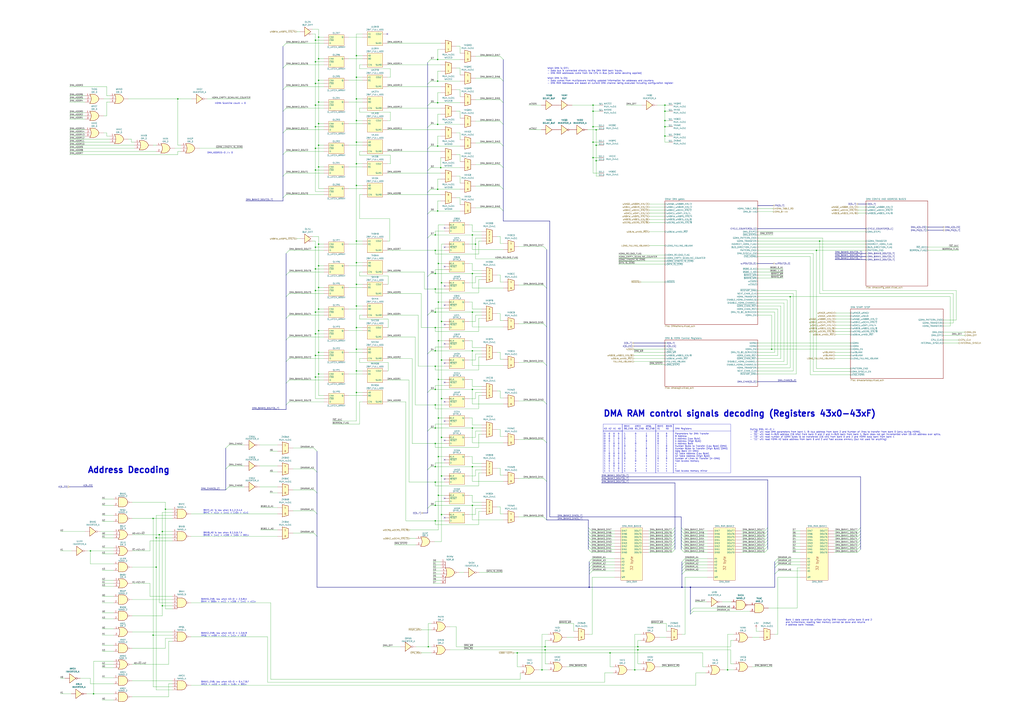
<source format=kicad_sch>
(kicad_sch (version 20230121) (generator eeschema)
  (paper "A1")
  (title_block (title "SNES S-CPU Schematics ") (date "2023-10-21") (rev "0.1") (company "Author: Regis Galland"))
  (junction (at 357.505 415.29))
  (junction (at 125.73 426.085))
  (junction (at 259.08 86.36))
  (junction (at 357.505 269.24))
  (junction (at 487.045 116.84))
  (junction (at 292.735 152.4))
  (junction (at 292.735 116.84))
  (junction (at 259.08 50.8))
  (junction (at 128.27 441.96))
  (junction (at 261.62 200.66))
  (junction (at 261.62 30.48))
  (junction (at 359.41 66.675))
  (junction (at 261.62 101.6))
  (junction (at 259.08 139.7))
  (junction (at 359.41 155.575))
  (junction (at 359.41 102.235))
  (junction (at 359.41 120.015))
  (junction (at 292.735 63.5))
  (junction (at 292.735 45.72))
  (junction (at 292.735 81.28))
  (junction (at 546.1 104.14))
  (junction (at 292.735 304.8))
  (junction (at 387.985 224.79))
  (junction (at 133.35 497.84))
  (junction (at 357.505 237.49))
  (junction (at 357.505 300.99))
  (junction (at 487.045 104.14))
  (junction (at 261.62 289.56))
  (junction (at 357.505 383.54))
  (junction (at 357.505 256.54))
  (junction (at 261.62 236.22))
  (junction (at 521.335 550.545))
  (junction (at 648.97 243.84))
  (junction (at 259.08 33.02))
  (junction (at 360.045 216.535))
  (junction (at 292.735 233.68))
  (junction (at 357.505 224.79))
  (junction (at 424.815 536.575))
  (junction (at 259.08 104.14))
  (junction (at 261.62 83.82))
  (junction (at 359.41 84.455))
  (junction (at 567.055 482.6))
  (junction (at 259.08 220.98))
  (junction (at 259.08 309.88))
  (junction (at 359.41 48.895))
  (junction (at 357.505 427.99))
  (junction (at 351.79 531.495))
  (junction (at 489.585 119.38))
  (junction (at 292.735 99.06))
  (junction (at 74.295 452.755))
  (junction (at 390.525 200.66))
  (junction (at 261.62 218.44))
  (junction (at 362.585 391.16))
  (junction (at 546.1 111.76))
  (junction (at 292.735 134.62))
  (junction (at 560.07 482.6))
  (junction (at 362.585 422.91))
  (junction (at 489.585 132.08))
  (junction (at 261.62 254))
  (junction (at 387.985 415.29))
  (junction (at 292.735 198.12))
  (junction (at 359.41 173.355))
  (junction (at 387.985 193.04))
  (junction (at 261.62 66.04))
  (junction (at 357.505 396.24))
  (junction (at 387.985 256.54))
  (junction (at 259.08 238.76))
  (junction (at 357.505 288.29))
  (junction (at 292.735 215.9))
  (junction (at 292.735 322.58))
  (junction (at 387.985 383.54))
  (junction (at 489.585 106.68))
  (junction (at 128.27 466.09))
  (junction (at 487.045 91.44))
  (junction (at 259.08 292.1))
  (junction (at 261.62 48.26))
  (junction (at 360.045 375.285))
  (junction (at 546.1 99.06))
  (junction (at 76.835 570.23))
  (junction (at 387.985 288.29))
  (junction (at 261.62 119.38))
  (junction (at 523.875 534.035))
  (junction (at 259.08 203.2))
  (junction (at 357.505 320.04))
  (junction (at 361.95 137.795))
  (junction (at 670.56 205.74))
  (junction (at 360.045 248.285))
  (junction (at 292.735 251.46))
  (junction (at 362.585 264.16))
  (junction (at 261.62 271.78))
  (junction (at 362.585 327.66))
  (junction (at 633.73 287.02))
  (junction (at 133.35 436.88))
  (junction (at 259.08 256.54))
  (junction (at 357.505 364.49))
  (junction (at 546.1 91.44))
  (junction (at 501.015 536.575))
  (junction (at 483.87 482.6))
  (junction (at 130.81 439.42))
  (junction (at 445.135 550.545))
  (junction (at 125.73 521.97))
  (junction (at 447.675 534.035))
  (junction (at 362.585 295.91))
  (junction (at 357.505 193.04))
  (junction (at 259.08 68.58))
  (junction (at 357.505 205.74))
  (junction (at 259.08 121.92))
  (junction (at 546.1 86.36))
  (junction (at 597.535 550.545))
  (junction (at 357.505 332.74))
  (junction (at 292.735 269.24))
  (junction (at 387.985 320.04))
  (junction (at 447.675 531.495))
  (junction (at 362.585 359.41))
  (junction (at 135.89 418.465))
  (junction (at 357.505 351.79))
  (junction (at 487.045 129.54))
  (junction (at 487.045 86.36))
  (junction (at 360.045 407.035))
  (junction (at 259.08 274.32))
  (junction (at 146.05 81.28))
  (junction (at 261.62 137.16))
  (junction (at 673.1 198.12))
  (junction (at 261.62 307.34))
  (junction (at 292.735 287.02))
  (junction (at 360.045 343.535))
  (junction (at 362.585 232.41))
  (junction (at 387.985 351.79))
  (junction (at 523.875 531.495))
  (junction (at 360.045 280.035))
  (junction (at 360.045 311.785))
  (no_connect (at 318.135 27.94))
  (no_connect (at 365.125 425.45))
  (no_connect (at 365.125 346.075))
  (no_connect (at 365.125 314.325))
  (no_connect (at 365.125 282.575))
  (no_connect (at 365.125 393.7))
  (no_connect (at 365.125 361.95))
  (no_connect (at 365.125 330.2))
  (no_connect (at 365.125 377.825))
  (no_connect (at 365.125 298.45))
  (no_connect (at 365.125 187.325))
  (no_connect (at 365.125 266.7))
  (no_connect (at 365.125 250.825))
  (no_connect (at 365.125 409.575))
  (no_connect (at 365.125 219.075))
  (no_connect (at 365.125 234.95))
  (no_connect (at 365.125 203.2))
  (bus_entry (at 446.405 202.565) (size 2.54 2.54))
  (bus_entry (at 237.49 276.86) (size -2.54 2.54))
  (bus_entry (at 706.755 446.405) (size -2.54 2.54))
  (bus_entry (at 410.845 81.915) (size 2.54 2.54))
  (bus_entry (at 630.555 438.785) (size -2.54 2.54))
  (bus_entry (at 706.755 448.945) (size -2.54 2.54))
  (bus_entry (at 353.695 320.04) (size -2.54 2.54))
  (bus_entry (at 353.695 173.355) (size -2.54 2.54))
  (bus_entry (at 446.405 297.815) (size 2.54 2.54))
  (bus_entry (at 353.695 155.575) (size -2.54 2.54))
  (bus_entry (at 554.355 443.865) (size -2.54 2.54))
  (bus_entry (at 410.845 64.135) (size 2.54 2.54))
  (bus_entry (at 562.61 459.105) (size -2.54 2.54))
  (bus_entry (at 353.695 120.015) (size -2.54 2.54))
  (bus_entry (at 185.42 385.445) (size 2.54 -2.54))
  (bus_entry (at 638.81 461.645) (size -2.54 2.54))
  (bus_entry (at 569.595 499.745) (size -2.54 2.54))
  (bus_entry (at 237.49 312.42) (size -2.54 2.54))
  (bus_entry (at 630.555 443.865) (size -2.54 2.54))
  (bus_entry (at 353.695 48.895) (size -2.54 2.54))
  (bus_entry (at 638.81 469.265) (size -2.54 2.54))
  (bus_entry (at 410.845 117.475) (size 2.54 2.54))
  (bus_entry (at 554.355 448.945) (size -2.54 2.54))
  (bus_entry (at 706.755 436.245) (size -2.54 2.54))
  (bus_entry (at 446.405 234.315) (size 2.54 2.54))
  (bus_entry (at 353.695 193.04) (size -2.54 2.54))
  (bus_entry (at 559.435 433.705) (size 2.54 2.54))
  (bus_entry (at 706.755 441.325) (size -2.54 2.54))
  (bus_entry (at 483.235 441.325) (size 2.54 2.54))
  (bus_entry (at 483.235 448.945) (size 2.54 2.54))
  (bus_entry (at 237.49 330.2) (size -2.54 2.54))
  (bus_entry (at 353.695 415.29) (size -2.54 2.54))
  (bus_entry (at 237.49 294.64) (size -2.54 2.54))
  (bus_entry (at 410.845 153.035) (size 2.54 2.54))
  (bus_entry (at 630.555 433.705) (size -2.54 2.54))
  (bus_entry (at 257.81 419.735) (size 2.54 2.54))
  (bus_entry (at 486.41 466.725) (size -2.54 2.54))
  (bus_entry (at 446.405 266.065) (size 2.54 2.54))
  (bus_entry (at 638.81 464.185) (size -2.54 2.54))
  (bus_entry (at 234.95 160.02) (size -2.54 2.54))
  (bus_entry (at 559.435 448.945) (size 2.54 2.54))
  (bus_entry (at 446.405 424.815) (size 2.54 2.54))
  (bus_entry (at 559.435 436.245) (size 2.54 2.54))
  (bus_entry (at 257.81 402.59) (size 2.54 2.54))
  (bus_entry (at 483.235 438.785) (size 2.54 2.54))
  (bus_entry (at 353.695 66.675) (size -2.54 2.54))
  (bus_entry (at 257.81 385.445) (size 2.54 2.54))
  (bus_entry (at 234.95 35.56) (size -2.54 2.54))
  (bus_entry (at 562.61 466.725) (size -2.54 2.54))
  (bus_entry (at 234.95 124.46) (size -2.54 2.54))
  (bus_entry (at 559.435 446.405) (size 2.54 2.54))
  (bus_entry (at 559.435 443.865) (size 2.54 2.54))
  (bus_entry (at 234.95 53.34) (size -2.54 2.54))
  (bus_entry (at 486.41 459.105) (size -2.54 2.54))
  (bus_entry (at 483.235 451.485) (size 2.54 2.54))
  (bus_entry (at 237.49 205.74) (size -2.54 2.54))
  (bus_entry (at 353.695 137.795) (size -2.54 2.54))
  (bus_entry (at 353.695 224.79) (size -2.54 2.54))
  (bus_entry (at 554.355 433.705) (size -2.54 2.54))
  (bus_entry (at 353.695 383.54) (size -2.54 2.54))
  (bus_entry (at 483.235 446.405) (size 2.54 2.54))
  (bus_entry (at 486.41 469.265) (size -2.54 2.54))
  (bus_entry (at 630.555 441.325) (size -2.54 2.54))
  (bus_entry (at 237.49 223.52) (size -2.54 2.54))
  (bus_entry (at 554.355 441.325) (size -2.54 2.54))
  (bus_entry (at 559.435 451.485) (size 2.54 2.54))
  (bus_entry (at 185.42 402.59) (size 2.54 -2.54))
  (bus_entry (at 446.405 361.315) (size 2.54 2.54))
  (bus_entry (at 706.755 438.785) (size -2.54 2.54))
  (bus_entry (at 706.755 451.485) (size -2.54 2.54))
  (bus_entry (at 234.95 88.9) (size -2.54 2.54))
  (bus_entry (at 554.355 446.405) (size -2.54 2.54))
  (bus_entry (at 353.695 102.235) (size -2.54 2.54))
  (bus_entry (at 630.555 436.245) (size -2.54 2.54))
  (bus_entry (at 483.235 443.865) (size 2.54 2.54))
  (bus_entry (at 353.695 256.54) (size -2.54 2.54))
  (bus_entry (at 483.235 433.705) (size 2.54 2.54))
  (bus_entry (at 562.61 469.265) (size -2.54 2.54))
  (bus_entry (at 353.695 288.29) (size -2.54 2.54))
  (bus_entry (at 706.755 433.705) (size -2.54 2.54))
  (bus_entry (at 569.595 502.285) (size -2.54 2.54))
  (bus_entry (at 446.405 393.065) (size 2.54 2.54))
  (bus_entry (at 353.695 84.455) (size -2.54 2.54))
  (bus_entry (at 554.355 438.785) (size -2.54 2.54))
  (bus_entry (at 237.49 259.08) (size -2.54 2.54))
  (bus_entry (at 237.49 241.3) (size -2.54 2.54))
  (bus_entry (at 559.435 438.785) (size 2.54 2.54))
  (bus_entry (at 410.845 99.695) (size 2.54 2.54))
  (bus_entry (at 234.95 71.12) (size -2.54 2.54))
  (bus_entry (at 630.555 446.405) (size -2.54 2.54))
  (bus_entry (at 638.81 459.105) (size -2.54 2.54))
  (bus_entry (at 630.555 448.945) (size -2.54 2.54))
  (bus_entry (at 257.81 368.3) (size 2.54 2.54))
  (bus_entry (at 562.61 464.185) (size -2.54 2.54))
  (bus_entry (at 446.405 329.565) (size 2.54 2.54))
  (bus_entry (at 234.95 106.68) (size -2.54 2.54))
  (bus_entry (at 486.41 464.185) (size -2.54 2.54))
  (bus_entry (at 257.81 438.15) (size 2.54 2.54))
  (bus_entry (at 234.95 142.24) (size -2.54 2.54))
  (bus_entry (at 483.235 436.245) (size 2.54 2.54))
  (bus_entry (at 706.755 443.865) (size -2.54 2.54))
  (bus_entry (at 486.41 461.645) (size -2.54 2.54))
  (bus_entry (at 185.42 368.3) (size 2.54 -2.54))
  (bus_entry (at 559.435 441.325) (size 2.54 2.54))
  (bus_entry (at 562.61 461.645) (size -2.54 2.54))
  (bus_entry (at 410.845 46.355) (size 2.54 2.54))
  (bus_entry (at 410.845 170.815) (size 2.54 2.54))
  (bus_entry (at 554.355 451.485) (size -2.54 2.54))
  (bus_entry (at 630.555 451.485) (size -2.54 2.54))
  (bus_entry (at 554.355 436.245) (size -2.54 2.54))
  (bus_entry (at 410.845 135.255) (size 2.54 2.54))
  (bus_entry (at 353.695 351.79) (size -2.54 2.54))
  (wire (pts (xy 465.455 523.875) (xy 471.17 523.875)))
  (wire (pts (xy 489.585 106.68) (xy 489.585 119.38)))
  (polyline (pts (xy 538.48 388.62) (xy 538.48 354.33)))
  (wire (pts (xy 351.79 531.495) (xy 351.79 512.445)))
  (wire (pts (xy 622.3 203.2) (xy 711.2 203.2)))
  (wire (pts (xy 686.435 267.335) (xy 698.5 267.335)))
  (wire (pts (xy 318.135 99.06) (xy 320.675 99.06)))
  (wire (pts (xy 292.735 134.62) (xy 292.735 152.4)))
  (wire (pts (xy 237.49 241.3) (xy 266.065 241.3)))
  (wire (pts (xy 295.275 160.02) (xy 297.815 160.02)))
  (bus (pts (xy 232.41 127) (xy 232.41 144.78)))
  (bus (pts (xy 234.95 314.96) (xy 234.95 332.74)))
  (bus (pts (xy 351.155 86.995) (xy 351.155 104.775)))
  (wire (pts (xy 546.1 299.72) (xy 533.4 299.72)))
  (wire (pts (xy 292.735 45.72) (xy 297.815 45.72)))
  (wire (pts (xy 622.3 208.28) (xy 668.02 208.28)))
  (wire (pts (xy 87.63 95.25) (xy 85.09 95.25)))
  (wire (pts (xy 465.455 548.005) (xy 481.965 548.005)))
  (wire (pts (xy 141.605 441.96) (xy 128.27 441.96)))
  (wire (pts (xy 492.125 144.78) (xy 489.585 144.78)))
  (wire (pts (xy 357.505 412.115) (xy 365.125 412.115)))
  (wire (pts (xy 501.015 548.005) (xy 503.555 548.005)))
  (wire (pts (xy 390.525 386.08) (xy 390.525 391.16)))
  (wire (pts (xy 261.62 307.34) (xy 261.62 325.12)))
  (polyline (pts (xy 553.085 388.62) (xy 553.085 354.33)))
  (wire (pts (xy 390.525 212.725) (xy 425.45 212.725)))
  (polyline (pts (xy 495.3 348.615) (xy 495.3 354.965)))
  (wire (pts (xy 486.41 474.345) (xy 486.41 521.335)))
  (wire (pts (xy 295.275 262.255) (xy 295.275 259.08)))
  (bus (pts (xy 448.945 395.605) (xy 448.945 427.355)))
  (wire (pts (xy 447.675 526.415) (xy 450.215 526.415)))
  (wire (pts (xy 292.735 198.12) (xy 297.815 198.12)))
  (wire (pts (xy 359.41 84.455) (xy 359.41 76.2)))
  (wire (pts (xy 340.995 276.86) (xy 340.995 332.74)))
  (bus (pts (xy 351.155 195.58) (xy 351.155 227.33)))
  (wire (pts (xy 360.045 375.285) (xy 365.125 375.285)))
  (wire (pts (xy 362.585 264.16) (xy 365.125 264.16)))
  (wire (pts (xy 318.77 233.68) (xy 318.77 226.695)))
  (wire (pts (xy 266.065 30.48) (xy 261.62 30.48)))
  (wire (pts (xy 410.845 358.775) (xy 410.845 353.06)))
  (wire (pts (xy 390.525 46.355) (xy 410.845 46.355)))
  (bus (pts (xy 494.03 391.795) (xy 706.755 391.795)))
  (wire (pts (xy 83.82 530.225) (xy 93.345 530.225)))
  (wire (pts (xy 622.3 198.12) (xy 673.1 198.12)))
  (wire (pts (xy 504.825 448.945) (xy 485.775 448.945)))
  (wire (pts (xy 514.35 86.36) (xy 527.05 86.36)))
  (wire (pts (xy 261.62 307.34) (xy 266.065 307.34)))
  (wire (pts (xy 261.62 236.22) (xy 261.62 254)))
  (wire (pts (xy 318.135 63.5) (xy 320.675 63.5)))
  (bus (pts (xy 413.385 102.235) (xy 413.385 120.015)))
  (wire (pts (xy 650.875 454.025) (xy 657.225 454.025)))
  (wire (pts (xy 665.48 210.82) (xy 665.48 307.975)))
  (bus (pts (xy 451.485 424.815) (xy 559.435 424.815)))
  (wire (pts (xy 266.065 68.58) (xy 259.08 68.58)))
  (wire (pts (xy 410.845 289.56) (xy 408.305 289.56)))
  (wire (pts (xy 90.17 111.76) (xy 87.63 111.76)))
  (bus (pts (xy 554.355 443.865) (xy 554.355 446.405)))
  (wire (pts (xy 643.89 248.92) (xy 643.89 297.18)))
  (wire (pts (xy 445.135 550.545) (xy 445.135 521.335)))
  (wire (pts (xy 395.605 420.37) (xy 393.065 420.37)))
  (bus (pts (xy 232.41 144.78) (xy 232.41 162.56)))
  (bus (pts (xy 413.385 137.795) (xy 413.385 155.575)))
  (bus (pts (xy 706.755 391.795) (xy 706.755 433.705)))
  (wire (pts (xy 360.045 216.535) (xy 360.045 184.785)))
  (wire (pts (xy 357.505 221.615) (xy 357.505 224.79)))
  (wire (pts (xy 638.81 464.185) (xy 657.225 464.185)))
  (wire (pts (xy 374.65 531.495) (xy 447.675 531.495)))
  (wire (pts (xy 71.12 570.23) (xy 76.835 570.23)))
  (wire (pts (xy 359.41 173.355) (xy 359.41 165.1)))
  (polyline (pts (xy 538.48 354.33) (xy 538.48 388.62)))
  (bus (pts (xy 57.15 400.05) (xy 76.2 400.05)))
  (wire (pts (xy 266.065 203.2) (xy 259.08 203.2)))
  (wire (pts (xy 533.4 172.72) (xy 546.1 172.72)))
  (wire (pts (xy 87.63 109.22) (xy 85.09 109.22)))
  (wire (pts (xy 390.525 195.58) (xy 395.605 195.58)))
  (wire (pts (xy 74.295 463.55) (xy 93.345 463.55)))
  (wire (pts (xy 292.735 81.28) (xy 297.815 81.28)))
  (wire (pts (xy 318.135 142.24) (xy 361.95 142.24)))
  (wire (pts (xy 357.505 332.74) (xy 357.505 335.915)))
  (wire (pts (xy 390.525 227.33) (xy 390.525 232.41)))
  (wire (pts (xy 357.505 399.415) (xy 393.065 399.415)))
  (bus (pts (xy 413.385 173.355) (xy 413.385 181.61)))
  (wire (pts (xy 393.065 208.915) (xy 393.065 198.12)))
  (wire (pts (xy 83.82 575.31) (xy 93.345 575.31)))
  (wire (pts (xy 622.3 238.76) (xy 654.05 238.76)))
  (wire (pts (xy 636.27 289.56) (xy 636.27 256.54)))
  (wire (pts (xy 335.915 396.24) (xy 357.505 396.24)))
  (wire (pts (xy 292.735 269.24) (xy 292.735 251.46)))
  (wire (pts (xy 489.585 106.68) (xy 492.125 106.68)))
  (wire (pts (xy 295.275 127.635) (xy 295.275 124.46)))
  (wire (pts (xy 292.735 99.06) (xy 297.815 99.06)))
  (bus (pts (xy 232.41 165.1) (xy 232.41 162.56)))
  (wire (pts (xy 387.985 280.035) (xy 387.985 285.75)))
  (wire (pts (xy 410.845 263.525) (xy 410.845 257.81)))
  (wire (pts (xy 362.585 200.66) (xy 362.585 232.41)))
  (wire (pts (xy 426.085 361.315) (xy 446.405 361.315)))
  (wire (pts (xy 359.41 147.32) (xy 361.95 147.32)))
  (wire (pts (xy 546.1 99.06) (xy 546.1 104.14)))
  (wire (pts (xy 108.585 492.76) (xy 141.605 492.76)))
  (wire (pts (xy 410.845 231.775) (xy 410.845 226.06)))
  (wire (pts (xy 362.585 445.135) (xy 362.585 422.91)))
  (wire (pts (xy 295.275 56.515) (xy 295.275 53.34)))
  (polyline (pts (xy 511.175 348.615) (xy 511.175 354.33)))
  (wire (pts (xy 600.075 545.465) (xy 602.615 545.465)))
  (wire (pts (xy 581.025 446.405) (xy 561.975 446.405)))
  (wire (pts (xy 533.4 170.18) (xy 546.1 170.18)))
  (wire (pts (xy 83.82 508.635) (xy 93.345 508.635)))
  (wire (pts (xy 390.525 327.66) (xy 385.445 327.66)))
  (wire (pts (xy 163.83 121.92) (xy 199.39 121.92)))
  (wire (pts (xy 128.27 567.055) (xy 141.605 567.055)))
  (wire (pts (xy 387.985 383.54) (xy 395.605 383.54)))
  (wire (pts (xy 410.845 263.525) (xy 413.385 263.525)))
  (wire (pts (xy 387.985 395.605) (xy 413.385 395.605)))
  (bus (pts (xy 234.95 243.84) (xy 234.95 261.62)))
  (wire (pts (xy 704.85 175.26) (xy 711.2 175.26)))
  (polyline (pts (xy 511.175 388.62) (xy 511.175 354.33)))
  (wire (pts (xy 410.845 422.275) (xy 410.845 416.56)))
  (wire (pts (xy 390.525 322.58) (xy 395.605 322.58)))
  (wire (pts (xy 87.63 78.74) (xy 90.17 78.74)))
  (wire (pts (xy 318.77 297.815) (xy 295.275 297.815)))
  (bus (pts (xy 630.555 448.945) (xy 630.555 451.485)))
  (wire (pts (xy 381 470.535) (xy 377.19 470.535)))
  (wire (pts (xy 387.985 427.355) (xy 413.385 427.355)))
  (wire (pts (xy 83.82 490.22) (xy 93.345 490.22)))
  (wire (pts (xy 638.81 292.1) (xy 622.3 292.1)))
  (wire (pts (xy 259.08 198.12) (xy 259.08 203.2)))
  (bus (pts (xy 483.87 469.265) (xy 483.87 471.805)))
  (wire (pts (xy 521.335 550.545) (xy 521.335 521.335)))
  (wire (pts (xy 292.735 134.62) (xy 292.735 116.84)))
  (wire (pts (xy 123.19 490.22) (xy 123.19 479.425)))
  (wire (pts (xy 608.965 451.485) (xy 628.015 451.485)))
  (bus (pts (xy 567.055 482.6) (xy 636.27 482.6)))
  (wire (pts (xy 87.63 95.25) (xy 87.63 83.82)))
  (wire (pts (xy 521.335 550.545) (xy 526.415 550.545)))
  (wire (pts (xy 410.845 295.275) (xy 413.385 295.275)))
  (wire (pts (xy 622.3 200.66) (xy 711.2 200.66)))
  (wire (pts (xy 357.505 427.99) (xy 365.125 427.99)))
  (bus (pts (xy 706.755 433.705) (xy 706.755 436.245)))
  (wire (pts (xy 365.125 295.91) (xy 362.585 295.91)))
  (wire (pts (xy 353.695 193.04) (xy 357.505 193.04)))
  (wire (pts (xy 650.875 438.785) (xy 657.225 438.785)))
  (bus (pts (xy 559.435 446.405) (xy 559.435 448.945)))
  (polyline (pts (xy 538.48 388.62) (xy 553.085 388.62)))
  (wire (pts (xy 286.385 218.44) (xy 297.815 218.44)))
  (wire (pts (xy 74.295 557.53) (xy 74.295 561.975)))
  (wire (pts (xy 141.605 500.38) (xy 135.89 500.38)))
  (wire (pts (xy 237.49 205.74) (xy 266.065 205.74)))
  (wire (pts (xy 622.3 284.48) (xy 698.5 284.48)))
  (wire (pts (xy 261.62 271.78) (xy 261.62 289.56)))
  (wire (pts (xy 261.62 194.31) (xy 261.62 200.66)))
  (wire (pts (xy 523.875 526.415) (xy 526.415 526.415)))
  (wire (pts (xy 357.505 351.79) (xy 387.985 351.79)))
  (wire (pts (xy 650.875 441.325) (xy 657.225 441.325)))
  (wire (pts (xy 286.385 307.34) (xy 297.815 307.34)))
  (wire (pts (xy 138.43 561.975) (xy 138.43 572.77)))
  (wire (pts (xy 377.825 79.375) (xy 377.825 73.66)))
  (wire (pts (xy 292.735 99.06) (xy 292.735 116.84)))
  (wire (pts (xy 292.735 287.02) (xy 297.815 287.02)))
  (wire (pts (xy 141.605 521.97) (xy 125.73 521.97)))
  (wire (pts (xy 259.08 27.94) (xy 256.54 27.94)))
  (bus (pts (xy 630.555 394.335) (xy 630.555 433.705)))
  (wire (pts (xy 259.08 220.98) (xy 266.065 220.98)))
  (wire (pts (xy 292.735 198.12) (xy 292.735 215.9)))
  (wire (pts (xy 266.065 157.48) (xy 259.08 157.48)))
  (wire (pts (xy 66.04 557.53) (xy 74.295 557.53)))
  (wire (pts (xy 387.985 184.785) (xy 385.445 184.785)))
  (wire (pts (xy 359.41 173.355) (xy 377.825 173.355)))
  (wire (pts (xy 357.505 364.49) (xy 357.505 367.665)))
  (wire (pts (xy 318.135 160.02) (xy 361.95 160.02)))
  (wire (pts (xy 533.4 180.34) (xy 546.1 180.34)))
  (wire (pts (xy 359.41 84.455) (xy 377.825 84.455)))
  (wire (pts (xy 69.85 78.74) (xy 57.15 78.74)))
  (bus (pts (xy 706.755 448.945) (xy 706.755 451.485)))
  (polyline (pts (xy 511.175 354.33) (xy 511.175 348.615)))
  (wire (pts (xy 318.135 53.34) (xy 361.95 53.34)))
  (wire (pts (xy 259.08 198.12) (xy 256.54 198.12)))
  (wire (pts (xy 374.65 531.495) (xy 374.65 514.985)))
  (wire (pts (xy 395.605 356.87) (xy 393.065 356.87)))
  (bus (pts (xy 483.235 427.355) (xy 483.235 433.705)))
  (wire (pts (xy 387.985 300.355) (xy 413.385 300.355)))
  (bus (pts (xy 560.07 466.725) (xy 560.07 469.265)))
  (polyline (pts (xy 553.085 354.33) (xy 600.075 354.33)))
  (wire (pts (xy 343.535 259.08) (xy 343.535 300.99)))
  (wire (pts (xy 489.585 119.38) (xy 489.585 132.08)))
  (wire (pts (xy 369.57 514.985) (xy 374.65 514.985)))
  (wire (pts (xy 571.5 563.245) (xy 571.5 553.085)))
  (wire (pts (xy 486.41 469.265) (xy 504.825 469.265)))
  (wire (pts (xy 492.125 129.54) (xy 487.045 129.54)))
  (wire (pts (xy 355.6 474.345) (xy 361.95 474.345)))
  (bus (pts (xy 560.07 461.645) (xy 560.07 464.185)))
  (wire (pts (xy 782.955 241.3) (xy 782.955 265.43)))
  (wire (pts (xy 286.385 119.38) (xy 297.815 119.38)))
  (wire (pts (xy 83.82 415.29) (xy 93.345 415.29)))
  (wire (pts (xy 355.6 469.265) (xy 361.95 469.265)))
  (wire (pts (xy 49.53 557.53) (xy 53.34 557.53)))
  (wire (pts (xy 359.41 58.42) (xy 361.95 58.42)))
  (wire (pts (xy 318.135 304.8) (xy 318.77 304.8)))
  (wire (pts (xy 365.125 327.66) (xy 362.585 327.66)))
  (bus (pts (xy 201.93 165.1) (xy 232.41 165.1)))
  (wire (pts (xy 261.62 101.6) (xy 261.62 119.38)))
  (wire (pts (xy 489.585 119.38) (xy 492.125 119.38)))
  (wire (pts (xy 292.735 116.84) (xy 297.815 116.84)))
  (bus (pts (xy 448.945 300.355) (xy 448.945 332.105)))
  (wire (pts (xy 390.525 81.915) (xy 410.845 81.915)))
  (wire (pts (xy 393.065 229.87) (xy 395.605 229.87)))
  (wire (pts (xy 608.965 443.865) (xy 628.015 443.865)))
  (polyline (pts (xy 600.075 348.615) (xy 553.085 348.615)))
  (bus (pts (xy 185.42 402.59) (xy 165.1 402.59)))
  (wire (pts (xy 410.845 327.025) (xy 410.845 321.31)))
  (wire (pts (xy 318.77 304.8) (xy 318.77 297.815)))
  (wire (pts (xy 390.525 322.58) (xy 390.525 327.66)))
  (wire (pts (xy 410.845 422.275) (xy 413.385 422.275)))
  (wire (pts (xy 447.675 531.495) (xy 523.875 531.495)))
  (wire (pts (xy 387.985 248.285) (xy 385.445 248.285)))
  (wire (pts (xy 266.065 139.7) (xy 259.08 139.7)))
  (wire (pts (xy 361.95 137.795) (xy 361.95 129.54)))
  (wire (pts (xy 390.525 417.83) (xy 395.605 417.83)))
  (wire (pts (xy 130.81 495.3) (xy 141.605 495.3)))
  (wire (pts (xy 292.735 63.5) (xy 292.735 45.72)))
  (bus (pts (xy 520.7 281.94) (xy 546.1 281.94)))
  (wire (pts (xy 387.985 412.75) (xy 387.985 407.035)))
  (wire (pts (xy 133.35 497.84) (xy 133.35 436.88)))
  (wire (pts (xy 581.025 438.785) (xy 561.975 438.785)))
  (wire (pts (xy 387.985 351.79) (xy 387.985 363.855)))
  (wire (pts (xy 520.7 292.1) (xy 546.1 292.1)))
  (wire (pts (xy 675.64 195.58) (xy 675.64 238.76)))
  (wire (pts (xy 130.81 495.3) (xy 130.81 439.42)))
  (wire (pts (xy 141.605 436.88) (xy 133.35 436.88)))
  (wire (pts (xy 237.49 294.64) (xy 266.065 294.64)))
  (wire (pts (xy 213.995 435.61) (xy 227.965 435.61)))
  (bus (pts (xy 560.07 471.805) (xy 560.07 482.6)))
  (wire (pts (xy 393.065 304.165) (xy 393.065 293.37)))
  (wire (pts (xy 651.51 304.8) (xy 651.51 241.3)))
  (wire (pts (xy 365.125 407.035) (xy 360.045 407.035)))
  (wire (pts (xy 83.82 546.1) (xy 93.345 546.1)))
  (wire (pts (xy 221.615 405.13) (xy 227.965 405.13)))
  (wire (pts (xy 650.875 448.945) (xy 657.225 448.945)))
  (wire (pts (xy 353.695 256.54) (xy 357.505 256.54)))
  (wire (pts (xy 320.04 198.12) (xy 320.04 179.705)))
  (wire (pts (xy 685.165 454.025) (xy 704.215 454.025)))
  (wire (pts (xy 622.3 220.98) (xy 643.255 220.98)))
  (wire (pts (xy 487.045 86.36) (xy 487.045 91.44)))
  (wire (pts (xy 387.985 311.785) (xy 385.445 311.785)))
  (wire (pts (xy 390.525 259.08) (xy 390.525 264.16)))
  (bus (pts (xy 630.555 433.705) (xy 630.555 436.245)))
  (wire (pts (xy 108.585 519.43) (xy 141.605 519.43)))
  (wire (pts (xy 410.845 257.81) (xy 408.305 257.81)))
  (polyline (pts (xy 538.48 348.615) (xy 538.48 354.33)))
  (bus (pts (xy 185.42 368.3) (xy 185.42 385.445)))
  (bus (pts (xy 520.7 284.48) (xy 546.1 284.48)))
  (wire (pts (xy 141.605 490.22) (xy 123.19 490.22)))
  (wire (pts (xy 577.215 548.005) (xy 579.755 548.005)))
  (wire (pts (xy 387.985 415.29) (xy 395.605 415.29)))
  (wire (pts (xy 523.875 531.495) (xy 600.075 531.495)))
  (wire (pts (xy 222.25 558.165) (xy 427.355 558.165)))
  (wire (pts (xy 360.045 375.285) (xy 360.045 407.035)))
  (wire (pts (xy 234.95 142.24) (xy 266.065 142.24)))
  (bus (pts (xy 448.945 332.105) (xy 448.945 363.855)))
  (wire (pts (xy 390.525 170.815) (xy 410.845 170.815)))
  (wire (pts (xy 234.95 88.9) (xy 266.065 88.9)))
  (bus (pts (xy 685.8 208.28) (xy 711.2 208.28)))
  (wire (pts (xy 318.135 134.62) (xy 320.675 134.62)))
  (wire (pts (xy 128.27 441.96) (xy 128.27 466.09)))
  (wire (pts (xy 496.57 560.705) (xy 496.57 553.085)))
  (wire (pts (xy 266.065 200.66) (xy 261.62 200.66)))
  (wire (pts (xy 87.63 71.12) (xy 57.15 71.12)))
  (wire (pts (xy 560.07 521.335) (xy 562.61 521.335)))
  (wire (pts (xy 685.165 451.485) (xy 704.215 451.485)))
  (wire (pts (xy 261.62 83.82) (xy 266.065 83.82)))
  (wire (pts (xy 471.17 512.445) (xy 471.17 518.795)))
  (wire (pts (xy 266.065 256.54) (xy 259.08 256.54)))
  (wire (pts (xy 377.825 91.44) (xy 374.65 91.44)))
  (wire (pts (xy 286.385 325.12) (xy 297.815 325.12)))
  (wire (pts (xy 390.525 359.41) (xy 390.525 354.33)))
  (wire (pts (xy 355.6 461.645) (xy 361.95 461.645)))
  (wire (pts (xy 489.585 132.08) (xy 489.585 144.78)))
  (wire (pts (xy 774.7 273.05) (xy 792.48 273.05)))
  (wire (pts (xy 240.665 419.735) (xy 257.81 419.735)))
  (wire (pts (xy 520.7 287.02) (xy 546.1 287.02)))
  (wire (pts (xy 261.62 325.12) (xy 266.065 325.12)))
  (bus (pts (xy 622.3 187.96) (xy 711.2 187.96)))
  (bus (pts (xy 560.07 469.265) (xy 560.07 471.805)))
  (wire (pts (xy 221.615 387.985) (xy 227.965 387.985)))
  (wire (pts (xy 354.33 512.445) (xy 351.79 512.445)))
  (wire (pts (xy 546.1 104.14) (xy 549.275 104.14)))
  (wire (pts (xy 83.82 441.96) (xy 93.345 441.96)))
  (wire (pts (xy 359.41 93.98) (xy 361.95 93.98)))
  (wire (pts (xy 365.125 269.24) (xy 357.505 269.24)))
  (wire (pts (xy 426.085 329.565) (xy 446.405 329.565)))
  (wire (pts (xy 390.525 200.66) (xy 390.525 212.725)))
  (wire (pts (xy 133.35 506.095) (xy 133.35 497.84)))
  (wire (pts (xy 343.535 300.99) (xy 357.505 300.99)))
  (bus (pts (xy 207.01 336.55) (xy 234.95 336.55)))
  (wire (pts (xy 541.655 523.875) (xy 547.37 523.875)))
  (wire (pts (xy 390.525 290.83) (xy 390.525 295.91)))
  (wire (pts (xy 234.95 124.46) (xy 266.065 124.46)))
  (wire (pts (xy 357.505 205.74) (xy 357.505 208.915)))
  (wire (pts (xy 318.135 259.08) (xy 343.535 259.08)))
  (wire (pts (xy 387.985 280.035) (xy 385.445 280.035)))
  (bus (pts (xy 451.485 181.61) (xy 451.485 424.815)))
  (wire (pts (xy 496.57 553.085) (xy 503.555 553.085)))
  (wire (pts (xy 318.135 330.2) (xy 333.375 330.2)))
  (wire (pts (xy 357.505 240.665) (xy 393.065 240.665)))
  (wire (pts (xy 377.825 43.815) (xy 377.825 38.1)))
  (bus (pts (xy 636.27 466.725) (xy 636.27 471.805)))
  (wire (pts (xy 562.61 474.345) (xy 562.61 521.335)))
  (wire (pts (xy 434.34 106.68) (xy 444.5 106.68)))
  (wire (pts (xy 622.3 223.52) (xy 643.255 223.52)))
  (polyline (pts (xy 538.48 348.615) (xy 511.175 348.615)))
  (wire (pts (xy 504.825 451.485) (xy 485.775 451.485)))
  (bus (pts (xy 260.35 482.6) (xy 483.87 482.6)))
  (wire (pts (xy 83.82 423.545) (xy 93.345 423.545)))
  (bus (pts (xy 413.385 120.015) (xy 413.385 137.795)))
  (wire (pts (xy 377.825 162.56) (xy 374.65 162.56)))
  (bus (pts (xy 704.85 167.64) (xy 711.2 167.64)))
  (wire (pts (xy 146.05 127) (xy 57.15 127)))
  (bus (pts (xy 762 189.23) (xy 774.7 189.23)))
  (wire (pts (xy 673.1 198.12) (xy 711.2 198.12)))
  (wire (pts (xy 362.585 422.91) (xy 362.585 391.16)))
  (wire (pts (xy 292.735 233.68) (xy 292.735 251.46)))
  (wire (pts (xy 357.505 208.915) (xy 393.065 208.915)))
  (bus (pts (xy 351.155 354.33) (xy 351.155 386.08)))
  (wire (pts (xy 508 209.55) (xy 546.1 209.55)))
  (wire (pts (xy 486.41 464.185) (xy 504.825 464.185)))
  (wire (pts (xy 533.4 190.5) (xy 546.1 190.5)))
  (wire (pts (xy 357.505 300.99) (xy 357.505 304.165)))
  (wire (pts (xy 261.62 48.26) (xy 261.62 66.04)))
  (wire (pts (xy 213.995 417.195) (xy 227.965 417.195)))
  (wire (pts (xy 266.065 271.78) (xy 261.62 271.78)))
  (wire (pts (xy 286.385 30.48) (xy 297.815 30.48)))
  (bus (pts (xy 351.155 259.08) (xy 351.155 290.83)))
  (wire (pts (xy 377.825 109.22) (xy 374.65 109.22)))
  (wire (pts (xy 266.065 33.02) (xy 259.08 33.02)))
  (wire (pts (xy 295.275 179.705) (xy 320.04 179.705)))
  (bus (pts (xy 560.07 464.185) (xy 560.07 466.725)))
  (wire (pts (xy 633.73 287.02) (xy 698.5 287.02)))
  (bus (pts (xy 622.3 216.535) (xy 635 216.535)))
  (wire (pts (xy 292.735 63.5) (xy 292.735 81.28)))
  (bus (pts (xy 448.945 236.855) (xy 448.945 268.605)))
  (wire (pts (xy 387.985 381) (xy 395.605 381)))
  (wire (pts (xy 320.675 99.06) (xy 320.675 92.075)))
  (wire (pts (xy 128.27 466.09) (xy 128.27 567.055)))
  (polyline (pts (xy 511.175 354.33) (xy 495.3 354.33)))
  (wire (pts (xy 336.55 435.61) (xy 360.045 435.61)))
  (bus (pts (xy 234.95 261.62) (xy 234.95 279.4)))
  (bus (pts (xy 559.435 424.815) (xy 559.435 433.705)))
  (wire (pts (xy 261.62 254) (xy 266.065 254)))
  (wire (pts (xy 359.41 40.64) (xy 361.95 40.64)))
  (wire (pts (xy 385.445 359.41) (xy 390.525 359.41)))
  (wire (pts (xy 83.82 439.42) (xy 93.345 439.42)))
  (wire (pts (xy 387.985 216.535) (xy 385.445 216.535)))
  (wire (pts (xy 539.75 86.36) (xy 546.1 86.36)))
  (polyline (pts (xy 495.3 354.33) (xy 511.175 354.33)))
  (wire (pts (xy 110.49 121.92) (xy 57.15 121.92)))
  (wire (pts (xy 146.05 81.28) (xy 157.48 81.28)))
  (wire (pts (xy 243.84 26.035) (xy 246.38 26.035)))
  (wire (pts (xy 387.985 184.785) (xy 387.985 190.5)))
  (wire (pts (xy 532.765 454.025) (xy 551.815 454.025)))
  (wire (pts (xy 146.05 124.46) (xy 148.59 124.46)))
  (wire (pts (xy 259.08 33.02) (xy 259.08 50.8)))
  (wire (pts (xy 504.825 446.405) (xy 485.775 446.405)))
  (wire (pts (xy 90.17 114.3) (xy 57.15 114.3)))
  (wire (pts (xy 261.62 154.94) (xy 266.065 154.94)))
  (wire (pts (xy 259.08 104.14) (xy 259.08 121.92)))
  (wire (pts (xy 105.41 114.3) (xy 107.95 114.3)))
  (wire (pts (xy 377.825 61.595) (xy 377.825 55.88)))
  (wire (pts (xy 523.875 534.035) (xy 600.075 534.035)))
  (wire (pts (xy 447.675 545.465) (xy 450.215 545.465)))
  (wire (pts (xy 501.015 536.575) (xy 501.015 548.005)))
  (wire (pts (xy 390.525 386.08) (xy 395.605 386.08)))
  (bus (pts (xy 706.755 436.245) (xy 706.755 438.785)))
  (wire (pts (xy 782.955 265.43) (xy 774.7 265.43)))
  (wire (pts (xy 108.585 426.085) (xy 125.73 426.085)))
  (bus (pts (xy 567.055 502.285) (xy 567.055 504.825)))
  (wire (pts (xy 622.3 193.04) (xy 635 193.04)))
  (wire (pts (xy 541.655 548.005) (xy 558.165 548.005)))
  (wire (pts (xy 360.045 280.035) (xy 360.045 311.785)))
  (wire (pts (xy 534.67 512.445) (xy 547.37 512.445)))
  (wire (pts (xy 261.62 48.26) (xy 266.065 48.26)))
  (wire (pts (xy 261.62 66.04) (xy 266.065 66.04)))
  (bus (pts (xy 232.41 109.22) (xy 232.41 127)))
  (wire (pts (xy 90.17 116.84) (xy 57.15 116.84)))
  (bus (pts (xy 554.355 433.705) (xy 554.355 436.245)))
  (wire (pts (xy 259.08 121.92) (xy 266.065 121.92)))
  (wire (pts (xy 69.85 81.28) (xy 57.15 81.28)))
  (wire (pts (xy 387.985 317.5) (xy 395.605 317.5)))
  (wire (pts (xy 74.295 452.755) (xy 74.295 463.55)))
  (wire (pts (xy 483.87 521.335) (xy 486.41 521.335)))
  (bus (pts (xy 448.945 363.855) (xy 448.945 395.605)))
  (wire (pts (xy 355.6 464.185) (xy 361.95 464.185)))
  (wire (pts (xy 82.55 436.88) (xy 93.345 436.88)))
  (wire (pts (xy 365.125 232.41) (xy 362.585 232.41)))
  (wire (pts (xy 594.995 550.545) (xy 597.535 550.545)))
  (bus (pts (xy 554.355 438.785) (xy 554.355 441.325)))
  (wire (pts (xy 234.95 71.12) (xy 266.065 71.12)))
  (wire (pts (xy 146.05 127) (xy 146.05 124.46)))
  (wire (pts (xy 108.585 559.435) (xy 141.605 559.435)))
  (bus (pts (xy 234.95 226.06) (xy 234.95 243.84)))
  (wire (pts (xy 608.965 438.785) (xy 628.015 438.785)))
  (wire (pts (xy 492.125 104.14) (xy 487.045 104.14)))
  (wire (pts (xy 617.855 548.005) (xy 634.365 548.005)))
  (wire (pts (xy 410.845 231.775) (xy 413.385 231.775)))
  (wire (pts (xy 780.415 243.84) (xy 780.415 267.97)))
  (polyline (pts (xy 495.3 354.965) (xy 495.3 388.62)))
  (wire (pts (xy 353.695 351.79) (xy 357.505 351.79)))
  (bus (pts (xy 448.945 205.105) (xy 448.945 236.855)))
  (wire (pts (xy 362.585 327.66) (xy 362.585 359.41)))
  (polyline (pts (xy 538.48 354.33) (xy 553.085 354.33)))
  (wire (pts (xy 774.7 279.4) (xy 787.4 279.4)))
  (polyline (pts (xy 511.175 388.62) (xy 538.48 388.62)))
  (wire (pts (xy 651.51 241.3) (xy 622.3 241.3)))
  (wire (pts (xy 261.62 119.38) (xy 261.62 137.16)))
  (wire (pts (xy 357.505 396.24) (xy 357.505 399.415)))
  (wire (pts (xy 295.275 223.52) (xy 297.815 223.52)))
  (wire (pts (xy 387.985 205.105) (xy 413.385 205.105)))
  (wire (pts (xy 320.675 56.515) (xy 295.275 56.515)))
  (wire (pts (xy 85.09 81.28) (xy 90.17 81.28)))
  (wire (pts (xy 355.6 476.885) (xy 361.95 476.885)))
  (wire (pts (xy 259.08 86.36) (xy 259.08 104.14)))
  (wire (pts (xy 240.665 438.15) (xy 257.81 438.15)))
  (wire (pts (xy 532.765 448.945) (xy 551.815 448.945)))
  (bus (pts (xy 185.42 385.445) (xy 185.42 402.59)))
  (wire (pts (xy 259.08 27.94) (xy 259.08 33.02)))
  (wire (pts (xy 318.135 88.9) (xy 361.95 88.9)))
  (wire (pts (xy 387.985 351.79) (xy 395.605 351.79)))
  (wire (pts (xy 357.505 364.49) (xy 365.125 364.49)))
  (wire (pts (xy 69.85 97.79) (xy 57.15 97.79)))
  (wire (pts (xy 273.05 346.075) (xy 292.735 346.075)))
  (wire (pts (xy 130.81 439.42) (xy 141.605 439.42)))
  (wire (pts (xy 622.3 259.08) (xy 633.73 259.08)))
  (wire (pts (xy 685.8 289.56) (xy 698.5 289.56)))
  (wire (pts (xy 108.585 439.42) (xy 130.81 439.42)))
  (wire (pts (xy 377.825 114.935) (xy 377.825 109.22)))
  (wire (pts (xy 357.505 224.79) (xy 387.985 224.79)))
  (bus (pts (xy 351.155 386.08) (xy 351.155 417.83)))
  (wire (pts (xy 359.41 102.235) (xy 359.41 93.98)))
  (wire (pts (xy 357.505 256.54) (xy 387.985 256.54)))
  (wire (pts (xy 357.505 221.615) (xy 365.125 221.615)))
  (wire (pts (xy 123.19 444.5) (xy 123.19 452.755)))
  (wire (pts (xy 387.985 216.535) (xy 387.985 222.25)))
  (wire (pts (xy 295.275 92.075) (xy 295.275 88.9)))
  (wire (pts (xy 427.355 558.165) (xy 427.355 553.085)))
  (wire (pts (xy 581.025 436.245) (xy 561.975 436.245)))
  (bus (pts (xy 554.355 436.245) (xy 554.355 438.785)))
  (wire (pts (xy 357.505 269.24) (xy 357.505 272.415)))
  (wire (pts (xy 581.025 443.865) (xy 561.975 443.865)))
  (wire (pts (xy 365.125 237.49) (xy 357.505 237.49)))
  (bus (pts (xy 559.435 433.705) (xy 559.435 436.245)))
  (wire (pts (xy 486.41 459.105) (xy 504.825 459.105)))
  (bus (pts (xy 232.41 38.1) (xy 232.41 55.88)))
  (wire (pts (xy 410.845 295.275) (xy 410.845 289.56)))
  (bus (pts (xy 483.87 464.185) (xy 483.87 466.725)))
  (wire (pts (xy 546.1 111.76) (xy 546.1 116.84)))
  (bus (pts (xy 685.8 213.36) (xy 711.2 213.36)))
  (wire (pts (xy 532.765 441.325) (xy 551.815 441.325)))
  (wire (pts (xy 622.3 294.64) (xy 641.35 294.64)))
  (bus (pts (xy 234.95 297.18) (xy 234.95 314.96)))
  (wire (pts (xy 581.025 451.485) (xy 561.975 451.485)))
  (wire (pts (xy 261.62 200.66) (xy 261.62 218.44)))
  (wire (pts (xy 569.595 499.745) (xy 600.71 499.745)))
  (wire (pts (xy 387.985 311.785) (xy 387.985 317.5)))
  (wire (pts (xy 359.41 48.895) (xy 359.41 40.64)))
  (wire (pts (xy 549.275 99.06) (xy 546.1 99.06)))
  (bus (pts (xy 234.95 336.55) (xy 234.95 332.74)))
  (wire (pts (xy 501.015 536.575) (xy 577.215 536.575)))
  (wire (pts (xy 504.825 443.865) (xy 485.775 443.865)))
  (wire (pts (xy 390.525 195.58) (xy 390.525 200.66)))
  (wire (pts (xy 387.985 407.035) (xy 385.445 407.035)))
  (wire (pts (xy 504.825 441.325) (xy 485.775 441.325)))
  (wire (pts (xy 360.045 435.61) (xy 360.045 407.035)))
  (wire (pts (xy 357.505 272.415) (xy 393.065 272.415)))
  (polyline (pts (xy 553.085 388.62) (xy 600.075 388.62)))
  (wire (pts (xy 636.27 256.54) (xy 622.3 256.54)))
  (wire (pts (xy 259.08 309.88) (xy 259.08 292.1)))
  (wire (pts (xy 156.845 563.245) (xy 571.5 563.245)))
  (bus (pts (xy 706.755 446.405) (xy 706.755 448.945)))
  (wire (pts (xy 355.6 466.725) (xy 361.95 466.725)))
  (wire (pts (xy 377.825 144.78) (xy 374.65 144.78)))
  (wire (pts (xy 256.54 194.31) (xy 261.62 194.31)))
  (wire (pts (xy 654.05 307.34) (xy 622.3 307.34)))
  (wire (pts (xy 156.845 422.275) (xy 227.965 422.275)))
  (wire (pts (xy 546.1 116.84) (xy 549.275 116.84)))
  (wire (pts (xy 259.08 292.1) (xy 266.065 292.1)))
  (wire (pts (xy 261.62 236.22) (xy 266.065 236.22)))
  (wire (pts (xy 387.985 224.79) (xy 395.605 224.79)))
  (wire (pts (xy 354.33 531.495) (xy 351.79 531.495)))
  (wire (pts (xy 87.63 71.12) (xy 87.63 78.74)))
  (wire (pts (xy 390.525 64.135) (xy 410.845 64.135)))
  (wire (pts (xy 504.825 454.025) (xy 485.775 454.025)))
  (wire (pts (xy 318.135 71.12) (xy 361.95 71.12)))
  (wire (pts (xy 410.845 321.31) (xy 408.305 321.31)))
  (wire (pts (xy 286.385 137.16) (xy 297.815 137.16)))
  (wire (pts (xy 622.3 304.8) (xy 651.51 304.8)))
  (wire (pts (xy 83.82 410.21) (xy 93.345 410.21)))
  (wire (pts (xy 359.41 155.575) (xy 359.41 147.32)))
  (wire (pts (xy 295.275 294.64) (xy 297.815 294.64)))
  (wire (pts (xy 393.065 367.665) (xy 393.065 356.87)))
  (wire (pts (xy 286.385 48.26) (xy 297.815 48.26)))
  (wire (pts (xy 138.43 572.77) (xy 108.585 572.77)))
  (wire (pts (xy 395.605 349.25) (xy 387.985 349.25)))
  (wire (pts (xy 377.825 38.1) (xy 374.65 38.1)))
  (bus (pts (xy 567.055 482.6) (xy 567.055 502.285)))
  (wire (pts (xy 686.435 272.415) (xy 698.5 272.415)))
  (wire (pts (xy 387.985 363.855) (xy 413.385 363.855)))
  (wire (pts (xy 69.85 83.82) (xy 57.15 83.82)))
  (wire (pts (xy 76.835 570.23) (xy 76.835 543.56)))
  (wire (pts (xy 333.375 427.99) (xy 333.375 330.2)))
  (wire (pts (xy 622.3 226.06) (xy 643.255 226.06)))
  (wire (pts (xy 156.845 495.3) (xy 222.25 495.3)))
  (wire (pts (xy 648.97 243.84) (xy 780.415 243.84)))
  (wire (pts (xy 125.73 521.97) (xy 125.73 564.515)))
  (wire (pts (xy 221.615 370.84) (xy 227.965 370.84)))
  (wire (pts (xy 146.05 81.28) (xy 146.05 119.38)))
  (wire (pts (xy 286.385 154.94) (xy 297.815 154.94)))
  (bus (pts (xy 351.155 175.895) (xy 351.155 195.58)))
  (polyline (pts (xy 511.175 348.615) (xy 495.3 348.615)))
  (wire (pts (xy 357.505 288.29) (xy 357.505 285.115)))
  (wire (pts (xy 520.7 289.56) (xy 546.1 289.56)))
  (wire (pts (xy 259.08 256.54) (xy 259.08 238.76)))
  (wire (pts (xy 523.875 534.035) (xy 523.875 545.465)))
  (wire (pts (xy 361.95 479.425) (xy 355.6 479.425)))
  (wire (pts (xy 138.43 527.05) (xy 141.605 527.05)))
  (wire (pts (xy 393.7 470.535) (xy 412.75 470.535)))
  (wire (pts (xy 146.05 119.38) (xy 148.59 119.38)))
  (wire (pts (xy 648.97 302.26) (xy 622.3 302.26)))
  (polyline (pts (xy 511.175 354.33) (xy 538.48 354.33)))
  (wire (pts (xy 387.985 256.54) (xy 387.985 268.605)))
  (wire (pts (xy 631.19 499.745) (xy 654.685 499.745)))
  (wire (pts (xy 338.455 294.64) (xy 338.455 364.49)))
  (bus (pts (xy 630.555 443.865) (xy 630.555 446.405)))
  (wire (pts (xy 353.695 415.29) (xy 357.505 415.29)))
  (wire (pts (xy 393.065 399.415) (xy 393.065 388.62)))
  (wire (pts (xy 87.63 83.82) (xy 90.17 83.82)))
  (wire (pts (xy 187.96 365.76) (xy 200.66 365.76)))
  (wire (pts (xy 562.61 464.185) (xy 581.025 464.185)))
  (wire (pts (xy 633.73 259.08) (xy 633.73 287.02)))
  (wire (pts (xy 593.09 494.665) (xy 600.71 494.665)))
  (wire (pts (xy 259.08 203.2) (xy 259.08 220.98)))
  (wire (pts (xy 361.95 137.795) (xy 377.825 137.795)))
  (wire (pts (xy 187.96 400.05) (xy 200.66 400.05)))
  (wire (pts (xy 562.61 466.725) (xy 581.025 466.725)))
  (wire (pts (xy 286.385 200.66) (xy 297.815 200.66)))
  (wire (pts (xy 785.495 262.89) (xy 774.7 262.89)))
  (wire (pts (xy 359.41 165.1) (xy 361.95 165.1)))
  (wire (pts (xy 622.3 173.99) (xy 635 173.99)))
  (wire (pts (xy 286.385 289.56) (xy 297.815 289.56)))
  (polyline (pts (xy 538.48 354.33) (xy 538.48 348.615)))
  (wire (pts (xy 286.385 66.04) (xy 297.815 66.04)))
  (wire (pts (xy 108.585 546.1) (xy 138.43 546.1)))
  (bus (pts (xy 234.95 279.4) (xy 234.95 297.18)))
  (wire (pts (xy 234.95 160.02) (xy 266.065 160.02)))
  (wire (pts (xy 320.675 63.5) (xy 320.675 56.515)))
  (wire (pts (xy 600.075 531.495) (xy 600.075 526.415)))
  (wire (pts (xy 83.82 521.97) (xy 93.345 521.97)))
  (wire (pts (xy 447.675 534.035) (xy 523.875 534.035)))
  (bus (pts (xy 413.385 84.455) (xy 413.385 102.235)))
  (wire (pts (xy 353.695 155.575) (xy 359.41 155.575)))
  (wire (pts (xy 424.815 536.575) (xy 424.815 548.005)))
  (wire (pts (xy 213.36 382.905) (xy 227.965 382.905)))
  (bus (pts (xy 630.555 446.405) (xy 630.555 448.945)))
  (wire (pts (xy 622.3 299.72) (xy 646.43 299.72)))
  (wire (pts (xy 141.605 423.545) (xy 128.27 423.545)))
  (wire (pts (xy 318.135 205.74) (xy 357.505 205.74)))
  (wire (pts (xy 504.825 436.245) (xy 485.775 436.245)))
  (wire (pts (xy 608.965 448.945) (xy 628.015 448.945)))
  (wire (pts (xy 359.41 48.895) (xy 377.825 48.895)))
  (wire (pts (xy 665.48 307.975) (xy 698.5 307.975)))
  (wire (pts (xy 135.89 412.75) (xy 135.89 418.465)))
  (wire (pts (xy 138.43 546.1) (xy 138.43 527.05)))
  (wire (pts (xy 636.27 521.335) (xy 638.81 521.335)))
  (bus (pts (xy 351.155 290.83) (xy 351.155 322.58)))
  (wire (pts (xy 108.585 412.75) (xy 135.89 412.75)))
  (wire (pts (xy 549.275 111.76) (xy 546.1 111.76)))
  (wire (pts (xy 410.845 200.025) (xy 410.845 194.31)))
  (wire (pts (xy 261.62 289.56) (xy 261.62 307.34)))
  (wire (pts (xy 608.965 436.245) (xy 628.015 436.245)))
  (wire (pts (xy 318.135 276.86) (xy 340.995 276.86)))
  (wire (pts (xy 259.08 86.36) (xy 259.08 68.58)))
  (wire (pts (xy 362.585 391.16) (xy 362.585 359.41)))
  (wire (pts (xy 393.065 198.12) (xy 395.605 198.12)))
  (wire (pts (xy 673.1 198.12) (xy 673.1 241.3)))
  (wire (pts (xy 128.27 423.545) (xy 128.27 441.96)))
  (bus (pts (xy 351.155 104.775) (xy 351.155 122.555)))
  (wire (pts (xy 357.505 335.915) (xy 393.065 335.915)))
  (bus (pts (xy 706.755 438.785) (xy 706.755 441.325)))
  (wire (pts (xy 459.105 512.445) (xy 471.17 512.445)))
  (wire (pts (xy 424.815 548.005) (xy 427.355 548.005)))
  (wire (pts (xy 442.595 550.545) (xy 445.135 550.545)))
  (bus (pts (xy 622.3 168.91) (xy 635 168.91)))
  (wire (pts (xy 365.125 205.74) (xy 357.505 205.74)))
  (wire (pts (xy 426.085 234.315) (xy 446.405 234.315)))
  (wire (pts (xy 76.835 570.23) (xy 93.345 570.23)))
  (wire (pts (xy 362.585 232.41) (xy 362.585 264.16)))
  (wire (pts (xy 357.505 253.365) (xy 365.125 253.365)))
  (wire (pts (xy 377.825 97.155) (xy 377.825 91.44)))
  (wire (pts (xy 600.075 526.415) (xy 602.615 526.415)))
  (wire (pts (xy 492.125 116.84) (xy 487.045 116.84)))
  (wire (pts (xy 362.585 264.16) (xy 362.585 295.91)))
  (wire (pts (xy 83.82 468.63) (xy 93.345 468.63)))
  (wire (pts (xy 387.985 375.285) (xy 385.445 375.285)))
  (wire (pts (xy 353.695 224.79) (xy 357.505 224.79)))
  (wire (pts (xy 266.065 238.76) (xy 259.08 238.76)))
  (bus (pts (xy 413.385 66.675) (xy 413.385 84.455)))
  (wire (pts (xy 360.045 343.535) (xy 360.045 375.285)))
  (wire (pts (xy 108.585 506.095) (xy 133.35 506.095)))
  (wire (pts (xy 686.435 274.955) (xy 698.5 274.955)))
  (wire (pts (xy 135.89 418.465) (xy 141.605 418.465)))
  (wire (pts (xy 685.165 448.945) (xy 704.215 448.945)))
  (wire (pts (xy 365.125 200.66) (xy 362.585 200.66)))
  (wire (pts (xy 261.62 218.44) (xy 266.065 218.44)))
  (wire (pts (xy 360.045 216.535) (xy 360.045 248.285)))
  (wire (pts (xy 292.735 152.4) (xy 297.815 152.4)))
  (wire (pts (xy 638.81 474.345) (xy 638.81 521.335)))
  (wire (pts (xy 49.53 436.88) (xy 69.85 436.88)))
  (wire (pts (xy 360.045 343.535) (xy 365.125 343.535)))
  (wire (pts (xy 698.5 302.895) (xy 670.56 302.895)))
  (wire (pts (xy 686.435 259.715) (xy 698.5 259.715)))
  (bus (pts (xy 351.155 69.215) (xy 351.155 86.995)))
  (wire (pts (xy 357.505 189.865) (xy 365.125 189.865)))
  (bus (pts (xy 630.555 436.245) (xy 630.555 438.785)))
  (wire (pts (xy 365.125 184.785) (xy 360.045 184.785)))
  (wire (pts (xy 355.6 471.805) (xy 361.95 471.805)))
  (wire (pts (xy 546.1 214.63) (xy 508 214.63)))
  (bus (pts (xy 494.03 394.335) (xy 630.555 394.335)))
  (wire (pts (xy 125.73 564.515) (xy 141.605 564.515)))
  (wire (pts (xy 125.73 119.38) (xy 128.27 119.38)))
  (bus (pts (xy 559.435 441.325) (xy 559.435 443.865)))
  (wire (pts (xy 292.735 63.5) (xy 297.815 63.5)))
  (wire (pts (xy 354.33 536.575) (xy 346.075 536.575)))
  (wire (pts (xy 571.5 553.085) (xy 579.755 553.085)))
  (wire (pts (xy 546.1 86.36) (xy 546.1 91.44)))
  (wire (pts (xy 597.535 550.545) (xy 602.615 550.545)))
  (wire (pts (xy 83.82 548.64) (xy 93.345 548.64)))
  (wire (pts (xy 670.56 205.74) (xy 711.2 205.74)))
  (wire (pts (xy 295.275 226.695) (xy 295.275 223.52)))
  (wire (pts (xy 346.075 269.24) (xy 357.505 269.24)))
  (wire (pts (xy 546.1 104.14) (xy 546.1 111.76)))
  (wire (pts (xy 390.525 135.255) (xy 410.845 135.255)))
  (wire (pts (xy 377.825 55.88) (xy 374.65 55.88)))
  (wire (pts (xy 320.675 134.62) (xy 320.675 127.635)))
  (wire (pts (xy 141.605 561.975) (xy 138.43 561.975)))
  (wire (pts (xy 387.985 193.04) (xy 387.985 205.105)))
  (wire (pts (xy 622.3 171.45) (xy 635 171.45)))
  (wire (pts (xy 487.045 116.84) (xy 487.045 129.54)))
  (wire (pts (xy 357.505 348.615) (xy 357.505 351.79)))
  (wire (pts (xy 774.7 275.59) (xy 792.48 275.59)))
  (wire (pts (xy 292.735 152.4) (xy 292.735 198.12)))
  (wire (pts (xy 387.985 349.25) (xy 387.985 343.535)))
  (wire (pts (xy 387.985 268.605) (xy 413.385 268.605)))
  (wire (pts (xy 546.1 212.09) (xy 508 212.09)))
  (wire (pts (xy 353.695 102.235) (xy 359.41 102.235)))
  (wire (pts (xy 445.135 521.335) (xy 450.215 521.335)))
  (wire (pts (xy 668.02 305.435) (xy 698.5 305.435)))
  (wire (pts (xy 292.735 269.24) (xy 297.815 269.24)))
  (wire (pts (xy 357.505 431.165) (xy 393.065 431.165)))
  (bus (pts (xy 483.235 443.865) (xy 483.235 446.405)))
  (wire (pts (xy 74.295 452.755) (xy 71.755 452.755)))
  (wire (pts (xy 259.08 157.48) (xy 259.08 139.7)))
  (wire (pts (xy 234.95 106.68) (xy 266.065 106.68)))
  (wire (pts (xy 622.3 195.58) (xy 675.64 195.58)))
  (wire (pts (xy 351.79 531.495) (xy 341.63 531.495)))
  (wire (pts (xy 261.62 24.13) (xy 261.62 30.48)))
  (wire (pts (xy 546.1 91.44) (xy 546.1 99.06)))
  (wire (pts (xy 532.765 443.865) (xy 551.815 443.865)))
  (wire (pts (xy 704.85 172.72) (xy 711.2 172.72)))
  (wire (pts (xy 295.275 297.815) (xy 295.275 294.64)))
  (wire (pts (xy 128.27 466.09) (xy 108.585 466.09)))
  (bus (pts (xy 483.87 461.645) (xy 483.87 464.185)))
  (bus (pts (xy 554.355 448.945) (xy 554.355 451.485)))
  (wire (pts (xy 357.505 189.865) (xy 357.505 193.04)))
  (wire (pts (xy 353.695 320.04) (xy 357.505 320.04)))
  (bus (pts (xy 232.41 55.88) (xy 232.41 73.66)))
  (wire (pts (xy 83.82 481.965) (xy 93.345 481.965)))
  (wire (pts (xy 650.875 446.405) (xy 657.225 446.405)))
  (wire (pts (xy 486.41 474.345) (xy 504.825 474.345)))
  (polyline (pts (xy 553.085 348.615) (xy 538.48 348.615)))
  (bus (pts (xy 630.555 441.325) (xy 630.555 443.865)))
  (wire (pts (xy 360.045 248.285) (xy 360.045 280.035)))
  (wire (pts (xy 377.825 168.275) (xy 377.825 162.56)))
  (wire (pts (xy 410.845 327.025) (xy 413.385 327.025)))
  (wire (pts (xy 237.49 259.08) (xy 266.065 259.08)))
  (wire (pts (xy 608.965 441.325) (xy 628.015 441.325)))
  (bus (pts (xy 554.355 446.405) (xy 554.355 448.945)))
  (wire (pts (xy 390.525 264.16) (xy 385.445 264.16)))
  (wire (pts (xy 520.7 294.64) (xy 546.1 294.64)))
  (wire (pts (xy 365.125 391.16) (xy 362.585 391.16)))
  (wire (pts (xy 336.55 442.595) (xy 341.63 442.595)))
  (wire (pts (xy 387.985 332.105) (xy 413.385 332.105)))
  (wire (pts (xy 357.505 256.54) (xy 357.505 253.365)))
  (wire (pts (xy 600.075 534.035) (xy 600.075 545.465)))
  (wire (pts (xy 318.135 198.12) (xy 320.04 198.12)))
  (wire (pts (xy 353.695 173.355) (xy 359.41 173.355)))
  (wire (pts (xy 266.065 274.32) (xy 259.08 274.32)))
  (wire (pts (xy 234.95 53.34) (xy 266.065 53.34)))
  (wire (pts (xy 286.385 271.78) (xy 297.815 271.78)))
  (bus (pts (xy 448.945 268.605) (xy 448.945 300.355)))
  (wire (pts (xy 387.985 222.25) (xy 395.605 222.25)))
  (wire (pts (xy 686.435 257.175) (xy 698.5 257.175)))
  (wire (pts (xy 532.765 438.785) (xy 551.815 438.785)))
  (wire (pts (xy 486.41 461.645) (xy 504.825 461.645)))
  (wire (pts (xy 286.385 254) (xy 297.815 254)))
  (wire (pts (xy 346.075 517.525) (xy 354.33 517.525)))
  (wire (pts (xy 357.505 320.04) (xy 387.985 320.04)))
  (wire (pts (xy 608.965 446.405) (xy 628.015 446.405)))
  (wire (pts (xy 704.85 170.18) (xy 711.2 170.18)))
  (wire (pts (xy 286.385 83.82) (xy 297.815 83.82)))
  (wire (pts (xy 237.49 312.42) (xy 266.065 312.42)))
  (wire (pts (xy 123.19 452.755) (xy 108.585 452.755)))
  (wire (pts (xy 521.335 521.335) (xy 526.415 521.335)))
  (wire (pts (xy 83.82 428.625) (xy 93.345 428.625)))
  (wire (pts (xy 141.605 497.84) (xy 133.35 497.84)))
  (wire (pts (xy 487.045 91.44) (xy 492.125 91.44)))
  (wire (pts (xy 549.275 86.36) (xy 546.1 86.36)))
  (wire (pts (xy 410.845 390.525) (xy 410.845 384.81)))
  (wire (pts (xy 622.3 248.92) (xy 643.89 248.92)))
  (bus (pts (xy 260.35 387.985) (xy 260.35 405.13)))
  (wire (pts (xy 675.64 238.76) (xy 785.495 238.76)))
  (bus (pts (xy 762 186.69) (xy 774.7 186.69)))
  (wire (pts (xy 261.62 254) (xy 261.62 271.78)))
  (wire (pts (xy 390.525 153.035) (xy 410.845 153.035)))
  (wire (pts (xy 562.61 461.645) (xy 581.025 461.645)))
  (wire (pts (xy 774.7 281.94) (xy 787.4 281.94)))
  (wire (pts (xy 395.605 412.75) (xy 387.985 412.75)))
  (wire (pts (xy 261.62 218.44) (xy 261.62 236.22)))
  (wire (pts (xy 393.065 431.165) (xy 393.065 420.37)))
  (wire (pts (xy 240.665 368.3) (xy 257.81 368.3)))
  (wire (pts (xy 360.045 311.785) (xy 365.125 311.785)))
  (wire (pts (xy 87.63 111.76) (xy 87.63 109.22)))
  (wire (pts (xy 266.065 104.14) (xy 259.08 104.14)))
  (wire (pts (xy 426.085 424.815) (xy 446.405 424.815)))
  (polyline (pts (xy 600.075 354.33) (xy 600.075 348.615)))
  (wire (pts (xy 69.85 92.71) (xy 57.15 92.71)))
  (wire (pts (xy 393.065 261.62) (xy 395.605 261.62)))
  (wire (pts (xy 650.875 451.485) (xy 657.225 451.485)))
  (wire (pts (xy 170.18 81.28) (xy 205.74 81.28)))
  (wire (pts (xy 621.03 516.255) (xy 621.03 518.795)))
  (wire (pts (xy 123.19 444.5) (xy 141.605 444.5)))
  (wire (pts (xy 633.73 287.02) (xy 622.3 287.02)))
  (wire (pts (xy 377.825 73.66) (xy 374.65 73.66)))
  (wire (pts (xy 393.065 272.415) (xy 393.065 261.62)))
  (wire (pts (xy 128.27 124.46) (xy 57.15 124.46)))
  (wire (pts (xy 295.275 88.9) (xy 297.815 88.9)))
  (wire (pts (xy 261.62 83.82) (xy 261.62 101.6)))
  (wire (pts (xy 638.81 461.645) (xy 657.225 461.645)))
  (wire (pts (xy 357.505 316.865) (xy 365.125 316.865)))
  (wire (pts (xy 387.985 415.29) (xy 387.985 427.355)))
  (bus (pts (xy 706.755 441.325) (xy 706.755 443.865)))
  (wire (pts (xy 641.35 251.46) (xy 622.3 251.46)))
  (wire (pts (xy 617.855 523.875) (xy 623.57 523.875)))
  (wire (pts (xy 434.34 86.36) (xy 444.5 86.36)))
  (bus (pts (xy 260.35 405.13) (xy 260.35 422.275)))
  (bus (pts (xy 554.355 441.325) (xy 554.355 443.865)))
  (wire (pts (xy 532.765 446.405) (xy 551.815 446.405)))
  (wire (pts (xy 410.845 353.06) (xy 408.305 353.06)))
  (wire (pts (xy 390.525 391.16) (xy 385.445 391.16)))
  (wire (pts (xy 219.71 560.705) (xy 496.57 560.705)))
  (wire (pts (xy 295.275 348.615) (xy 273.05 348.615)))
  (wire (pts (xy 261.62 119.38) (xy 266.065 119.38)))
  (wire (pts (xy 156.845 440.69) (xy 227.965 440.69)))
  (wire (pts (xy 518.795 550.545) (xy 521.335 550.545)))
  (wire (pts (xy 623.57 518.795) (xy 621.03 518.795)))
  (wire (pts (xy 107.95 114.3) (xy 107.95 116.84)))
  (wire (pts (xy 318.77 226.695) (xy 295.275 226.695)))
  (wire (pts (xy 393.065 335.915) (xy 393.065 325.12)))
  (wire (pts (xy 259.08 139.7) (xy 259.08 121.92)))
  (wire (pts (xy 292.735 322.58) (xy 292.735 346.075)))
  (wire (pts (xy 292.735 233.68) (xy 297.815 233.68)))
  (wire (pts (xy 523.875 545.465) (xy 526.415 545.465)))
  (wire (pts (xy 365.125 359.41) (xy 362.585 359.41)))
  (wire (pts (xy 318.135 106.68) (xy 361.95 106.68)))
  (bus (pts (xy 260.35 422.275) (xy 260.35 440.69)))
  (wire (pts (xy 213.36 365.76) (xy 227.965 365.76)))
  (wire (pts (xy 390.525 227.33) (xy 395.605 227.33)))
  (wire (pts (xy 135.89 524.51) (xy 135.89 532.765)))
  (wire (pts (xy 387.985 288.29) (xy 395.605 288.29)))
  (wire (pts (xy 357.505 380.365) (xy 357.505 383.54)))
  (bus (pts (xy 347.345 421.64) (xy 351.155 421.64)))
  (wire (pts (xy 686.435 264.795) (xy 698.5 264.795)))
  (wire (pts (xy 357.505 193.04) (xy 387.985 193.04)))
  (wire (pts (xy 562.61 474.345) (xy 581.025 474.345)))
  (wire (pts (xy 338.455 364.49) (xy 357.505 364.49)))
  (wire (pts (xy 83.82 556.895) (xy 93.345 556.895)))
  (wire (pts (xy 234.95 35.56) (xy 266.065 35.56)))
  (wire (pts (xy 668.02 208.28) (xy 668.02 305.435)))
  (wire (pts (xy 357.505 427.99) (xy 357.505 431.165)))
  (wire (pts (xy 318.135 294.64) (xy 338.455 294.64)))
  (wire (pts (xy 357.505 285.115) (xy 365.125 285.115)))
  (wire (pts (xy 261.62 137.16) (xy 266.065 137.16)))
  (wire (pts (xy 110.49 119.38) (xy 57.15 119.38)))
  (wire (pts (xy 292.735 269.24) (xy 292.735 287.02)))
  (wire (pts (xy 266.065 309.88) (xy 259.08 309.88)))
  (wire (pts (xy 353.695 288.29) (xy 357.505 288.29)))
  (wire (pts (xy 318.135 223.52) (xy 348.615 223.52)))
  (wire (pts (xy 487.045 104.14) (xy 487.045 116.84)))
  (wire (pts (xy 393.065 325.12) (xy 395.605 325.12)))
  (wire (pts (xy 482.6 106.68) (xy 489.585 106.68)))
  (wire (pts (xy 259.08 327.66) (xy 259.08 309.88)))
  (wire (pts (xy 410.845 358.775) (xy 413.385 358.775)))
  (wire (pts (xy 261.62 66.04) (xy 261.62 83.82)))
  (wire (pts (xy 318.135 124.46) (xy 361.95 124.46)))
  (wire (pts (xy 365.125 332.74) (xy 357.505 332.74)))
  (wire (pts (xy 410.845 200.025) (xy 413.385 200.025)))
  (wire (pts (xy 390.525 259.08) (xy 395.605 259.08)))
  (bus (pts (xy 483.235 438.785) (xy 483.235 441.325)))
  (wire (pts (xy 76.835 543.56) (xy 93.345 543.56)))
  (wire (pts (xy 447.675 534.035) (xy 447.675 545.465)))
  (polyline (pts (xy 553.085 348.615) (xy 553.085 354.33)))
  (wire (pts (xy 597.535 550.545) (xy 597.535 521.335)))
  (bus (pts (xy 494.03 396.875) (xy 554.355 396.875)))
  (bus (pts (xy 636.27 464.185) (xy 636.27 466.725)))
  (bus (pts (xy 559.435 443.865) (xy 559.435 446.405)))
  (bus (pts (xy 483.87 482.6) (xy 560.07 482.6)))
  (wire (pts (xy 487.045 91.44) (xy 487.045 104.14)))
  (wire (pts (xy 314.325 531.495) (xy 328.93 531.495)))
  (bus (pts (xy 413.385 181.61) (xy 451.485 181.61)))
  (wire (pts (xy 365.125 248.285) (xy 360.045 248.285)))
  (wire (pts (xy 74.295 452.755) (xy 93.345 452.755)))
  (wire (pts (xy 622.3 243.84) (xy 648.97 243.84)))
  (bus (pts (xy 636.27 471.805) (xy 636.27 482.6)))
  (wire (pts (xy 562.61 469.265) (xy 581.025 469.265)))
  (wire (pts (xy 426.085 297.815) (xy 446.405 297.815)))
  (wire (pts (xy 133.35 436.88) (xy 133.35 421.005)))
  (bus (pts (xy 351.155 158.115) (xy 351.155 175.895)))
  (wire (pts (xy 686.435 262.255) (xy 698.5 262.255)))
  (wire (pts (xy 292.735 134.62) (xy 297.815 134.62)))
  (wire (pts (xy 320.675 92.075) (xy 295.275 92.075)))
  (wire (pts (xy 387.985 343.535) (xy 385.445 343.535)))
  (wire (pts (xy 292.735 99.06) (xy 292.735 81.28)))
  (wire (pts (xy 295.275 160.02) (xy 295.275 179.705)))
  (wire (pts (xy 141.605 524.51) (xy 135.89 524.51)))
  (bus (pts (xy 706.755 443.865) (xy 706.755 446.405)))
  (bus (pts (xy 351.155 322.58) (xy 351.155 354.33)))
  (wire (pts (xy 259.08 238.76) (xy 259.08 220.98)))
  (wire (pts (xy 780.415 267.97) (xy 774.7 267.97)))
  (wire (pts (xy 670.56 302.895) (xy 670.56 205.74)))
  (wire (pts (xy 259.08 68.58) (xy 259.08 50.8)))
  (wire (pts (xy 365.125 216.535) (xy 360.045 216.535)))
  (bus (pts (xy 351.155 140.335) (xy 351.155 158.115)))
  (wire (pts (xy 240.665 402.59) (xy 257.81 402.59)))
  (wire (pts (xy 387.985 285.75) (xy 395.605 285.75)))
  (wire (pts (xy 240.665 385.445) (xy 257.81 385.445)))
  (wire (pts (xy 292.735 304.8) (xy 292.735 322.58)))
  (wire (pts (xy 353.695 84.455) (xy 359.41 84.455)))
  (bus (pts (xy 232.41 91.44) (xy 232.41 109.22)))
  (bus (pts (xy 483.235 446.405) (xy 483.235 448.945)))
  (wire (pts (xy 410.845 390.525) (xy 413.385 390.525)))
  (wire (pts (xy 646.43 246.38) (xy 622.3 246.38)))
  (wire (pts (xy 445.135 550.545) (xy 450.215 550.545)))
  (wire (pts (xy 673.1 241.3) (xy 782.955 241.3)))
  (wire (pts (xy 643.89 297.18) (xy 622.3 297.18)))
  (wire (pts (xy 83.82 476.885) (xy 93.345 476.885)))
  (wire (pts (xy 357.505 383.54) (xy 387.985 383.54)))
  (wire (pts (xy 533.4 177.8) (xy 546.1 177.8)))
  (wire (pts (xy 387.985 248.285) (xy 387.985 254)))
  (wire (pts (xy 547.37 512.445) (xy 547.37 518.795)))
  (wire (pts (xy 685.165 441.325) (xy 704.215 441.325)))
  (wire (pts (xy 237.49 276.86) (xy 266.065 276.86)))
  (wire (pts (xy 365.125 300.99) (xy 357.505 300.99)))
  (wire (pts (xy 369.57 534.035) (xy 447.675 534.035)))
  (wire (pts (xy 424.815 536.575) (xy 501.015 536.575)))
  (wire (pts (xy 259.08 274.32) (xy 259.08 292.1)))
  (wire (pts (xy 365.125 280.035) (xy 360.045 280.035)))
  (bus (pts (xy 559.435 436.245) (xy 559.435 438.785)))
  (wire (pts (xy 654.685 499.745) (xy 654.685 466.725)))
  (bus (pts (xy 554.355 396.875) (xy 554.355 433.705)))
  (bus (pts (xy 560.07 482.6) (xy 567.055 482.6)))
  (wire (pts (xy 762 203.2) (xy 787.4 203.2)))
  (wire (pts (xy 143.51 121.92) (xy 148.59 121.92)))
  (bus (pts (xy 234.95 208.28) (xy 234.95 226.06)))
  (wire (pts (xy 390.525 422.91) (xy 390.525 417.83)))
  (wire (pts (xy 622.3 281.94) (xy 698.5 281.94)))
  (bus (pts (xy 351.155 227.33) (xy 351.155 259.08)))
  (wire (pts (xy 123.19 479.425) (xy 108.585 479.425)))
  (wire (pts (xy 348.615 237.49) (xy 348.615 223.52)))
  (wire (pts (xy 69.85 106.68) (xy 57.15 106.68)))
  (wire (pts (xy 83.82 503.555) (xy 93.345 503.555)))
  (wire (pts (xy 638.81 474.345) (xy 657.225 474.345)))
  (wire (pts (xy 292.735 27.94) (xy 297.815 27.94)))
  (wire (pts (xy 377.825 150.495) (xy 377.825 144.78)))
  (wire (pts (xy 426.085 202.565) (xy 446.405 202.565)))
  (wire (pts (xy 622.3 210.82) (xy 665.48 210.82)))
  (wire (pts (xy 390.525 99.695) (xy 410.845 99.695)))
  (wire (pts (xy 83.82 495.3) (xy 93.345 495.3)))
  (wire (pts (xy 638.81 459.105) (xy 657.225 459.105)))
  (wire (pts (xy 359.41 102.235) (xy 377.825 102.235)))
  (bus (pts (xy 351.155 417.83) (xy 351.155 421.64)))
  (wire (pts (xy 447.675 531.495) (xy 447.675 526.415)))
  (wire (pts (xy 266.065 86.36) (xy 259.08 86.36)))
  (wire (pts (xy 295.275 259.08) (xy 297.815 259.08)))
  (wire (pts (xy 318.135 312.42) (xy 335.915 312.42)))
  (wire (pts (xy 410.845 226.06) (xy 408.305 226.06)))
  (wire (pts (xy 359.41 120.015) (xy 353.695 120.015)))
  (wire (pts (xy 532.765 436.245) (xy 551.815 436.245)))
  (wire (pts (xy 387.985 236.855) (xy 413.385 236.855)))
  (bus (pts (xy 483.87 471.805) (xy 483.87 482.6)))
  (wire (pts (xy 359.41 76.2) (xy 361.95 76.2)))
  (wire (pts (xy 365.125 422.91) (xy 362.585 422.91)))
  (wire (pts (xy 266.065 327.66) (xy 259.08 327.66)))
  (wire (pts (xy 685.165 443.865) (xy 704.215 443.865)))
  (wire (pts (xy 387.985 383.54) (xy 387.985 395.605)))
  (wire (pts (xy 135.89 532.765) (xy 108.585 532.765)))
  (wire (pts (xy 385.445 422.91) (xy 390.525 422.91)))
  (wire (pts (xy 387.985 254) (xy 395.605 254)))
  (wire (pts (xy 422.275 536.575) (xy 424.815 536.575)))
  (bus (pts (xy 483.87 466.725) (xy 483.87 469.265)))
  (wire (pts (xy 357.505 412.115) (xy 357.505 415.29)))
  (wire (pts (xy 533.4 182.88) (xy 546.1 182.88)))
  (wire (pts (xy 533.4 175.26) (xy 546.1 175.26)))
  (wire (pts (xy 685.8 292.1) (xy 698.5 292.1)))
  (bus (pts (xy 685.8 210.82) (xy 711.2 210.82)))
  (wire (pts (xy 546.1 217.17) (xy 508 217.17)))
  (wire (pts (xy 570.865 494.665) (xy 580.39 494.665)))
  (wire (pts (xy 526.415 231.775) (xy 546.1 231.775)))
  (wire (pts (xy 577.215 536.575) (xy 577.215 548.005)))
  (wire (pts (xy 292.735 322.58) (xy 297.815 322.58)))
  (wire (pts (xy 146.05 81.28) (xy 105.41 81.28)))
  (bus (pts (xy 351.155 122.555) (xy 351.155 140.335)))
  (wire (pts (xy 83.82 535.305) (xy 93.345 535.305)))
  (bus (pts (xy 483.235 433.705) (xy 483.235 436.245)))
  (wire (pts (xy 532.765 451.485) (xy 551.815 451.485)))
  (wire (pts (xy 333.375 427.99) (xy 357.505 427.99)))
  (wire (pts (xy 390.525 295.91) (xy 385.445 295.91)))
  (wire (pts (xy 387.985 224.79) (xy 387.985 236.855)))
  (wire (pts (xy 359.41 155.575) (xy 377.825 155.575)))
  (polyline (pts (xy 495.3 388.62) (xy 511.175 388.62)))
  (wire (pts (xy 357.505 415.29) (xy 387.985 415.29)))
  (wire (pts (xy 237.49 223.52) (xy 266.065 223.52)))
  (wire (pts (xy 650.875 443.865) (xy 657.225 443.865)))
  (wire (pts (xy 259.08 50.8) (xy 266.065 50.8)))
  (wire (pts (xy 685.8 294.64) (xy 698.5 294.64)))
  (wire (pts (xy 83.82 450.215) (xy 93.345 450.215)))
  (wire (pts (xy 657.225 466.725) (xy 654.685 466.725)))
  (bus (pts (xy 448.945 427.355) (xy 483.235 427.355)))
  (wire (pts (xy 785.495 238.76) (xy 785.495 262.89)))
  (wire (pts (xy 297.815 330.2) (xy 295.275 330.2)))
  (bus (pts (xy 483.235 436.245) (xy 483.235 438.785)))
  (wire (pts (xy 387.985 256.54) (xy 395.605 256.54)))
  (wire (pts (xy 237.49 330.2) (xy 266.065 330.2)))
  (bus (pts (xy 351.155 51.435) (xy 351.155 69.215)))
  (bus (pts (xy 260.35 440.69) (xy 260.35 482.6)))
  (bus (pts (xy 483.235 441.325) (xy 483.235 443.865)))
  (wire (pts (xy 360.045 311.785) (xy 360.045 343.535)))
  (wire (pts (xy 357.505 237.49) (xy 357.505 240.665)))
  (wire (pts (xy 489.585 132.08) (xy 492.125 132.08)))
  (wire (pts (xy 377.825 127) (xy 374.65 127)))
  (wire (pts (xy 83.82 516.89) (xy 93.345 516.89)))
  (wire (pts (xy 410.845 194.31) (xy 408.305 194.31)))
  (wire (pts (xy 323.85 447.675) (xy 341.63 447.675)))
  (wire (pts (xy 504.825 438.785) (xy 485.775 438.785)))
  (wire (pts (xy 318.135 241.3) (xy 346.075 241.3)))
  (wire (pts (xy 638.81 469.265) (xy 657.225 469.265)))
  (wire (pts (xy 295.275 330.2) (xy 295.275 348.615)))
  (wire (pts (xy 335.915 396.24) (xy 335.915 312.42)))
  (wire (pts (xy 390.525 200.66) (xy 385.445 200.66)))
  (wire (pts (xy 357.505 383.54) (xy 353.695 383.54)))
  (wire (pts (xy 622.3 205.74) (xy 670.56 205.74)))
  (wire (pts (xy 346.075 241.3) (xy 346.075 269.24)))
  (wire (pts (xy 359.41 66.675) (xy 377.825 66.675)))
  (wire (pts (xy 648.97 243.84) (xy 648.97 302.26)))
  (wire (pts (xy 292.735 251.46) (xy 297.815 251.46)))
  (bus (pts (xy 483.235 448.945) (xy 483.235 451.485)))
  (wire (pts (xy 393.065 240.665) (xy 393.065 229.87)))
  (wire (pts (xy 657.225 436.245) (xy 650.875 436.245)))
  (wire (pts (xy 377.825 132.715) (xy 377.825 127)))
  (wire (pts (xy 492.125 142.24) (xy 487.045 142.24)))
  (wire (pts (xy 286.385 101.6) (xy 297.815 101.6)))
  (wire (pts (xy 622.3 228.6) (xy 643.255 228.6)))
  (wire (pts (xy 318.135 269.24) (xy 318.77 269.24)))
  (wire (pts (xy 133.35 421.005) (xy 141.605 421.005)))
  (wire (pts (xy 387.985 288.29) (xy 387.985 300.355)))
  (wire (pts (xy 359.41 66.675) (xy 359.41 58.42)))
  (wire (pts (xy 562.61 459.105) (xy 581.025 459.105)))
  (polyline (pts (xy 511.175 354.33) (xy 511.175 388.62)))
  (wire (pts (xy 569.595 502.285) (xy 615.95 502.285)))
  (wire (pts (xy 546.1 91.44) (xy 549.275 91.44)))
  (polyline (pts (xy 553.085 354.33) (xy 553.085 348.615)))
  (wire (pts (xy 266.065 101.6) (xy 261.62 101.6)))
  (wire (pts (xy 261.62 289.56) (xy 266.065 289.56)))
  (wire (pts (xy 318.135 233.68) (xy 318.77 233.68)))
  (bus (pts (xy 559.435 448.945) (xy 559.435 451.485)))
  (wire (pts (xy 469.9 86.36) (xy 487.045 86.36)))
  (wire (pts (xy 641.35 294.64) (xy 641.35 251.46)))
  (bus (pts (xy 232.41 73.66) (xy 232.41 91.44)))
  (wire (pts (xy 581.025 441.325) (xy 561.975 441.325)))
  (wire (pts (xy 49.53 570.23) (xy 58.42 570.23)))
  (wire (pts (xy 295.275 124.46) (xy 297.815 124.46)))
  (wire (pts (xy 622.3 289.56) (xy 636.27 289.56)))
  (wire (pts (xy 261.62 137.16) (xy 261.62 154.94)))
  (wire (pts (xy 49.53 452.755) (xy 59.055 452.755)))
  (wire (pts (xy 533.4 167.64) (xy 546.1 167.64)))
  (wire (pts (xy 387.985 375.285) (xy 387.985 381)))
  (wire (pts (xy 320.675 127.635) (xy 295.275 127.635)))
  (bus (pts (xy 260.35 370.84) (xy 260.35 387.985)))
  (wire (pts (xy 286.385 236.22) (xy 297.815 236.22)))
  (wire (pts (xy 357.505 367.665) (xy 393.065 367.665)))
  (wire (pts (xy 256.54 24.13) (xy 261.62 24.13)))
  (wire (pts (xy 292.735 304.8) (xy 297.815 304.8)))
  (wire (pts (xy 125.73 426.085) (xy 125.73 521.97)))
  (wire (pts (xy 243.84 196.215) (xy 246.38 196.215)))
  (wire (pts (xy 654.05 238.76) (xy 654.05 307.34)))
  (wire (pts (xy 533.4 201.93) (xy 546.1 201.93)))
  (wire (pts (xy 638.81 254) (xy 638.81 292.1)))
  (bus (pts (xy 622.3 313.69) (xy 654.05 313.69)))
  (wire (pts (xy 357.505 320.04) (xy 357.505 316.865)))
  (wire (pts (xy 426.085 266.065) (xy 446.405 266.065)))
  (wire (pts (xy 685.165 438.785) (xy 704.215 438.785)))
  (bus (pts (xy 630.555 438.785) (xy 630.555 441.325)))
  (wire (pts (xy 135.89 500.38) (xy 135.89 418.465)))
  (wire (pts (xy 685.165 436.245) (xy 704.215 436.245)))
  (wire (pts (xy 362.585 445.135) (xy 356.87 445.135)))
  (wire (pts (xy 597.535 521.335) (xy 602.615 521.335)))
  (wire (pts (xy 69.85 95.25) (xy 57.15 95.25)))
  (wire (pts (xy 222.25 495.3) (xy 222.25 558.165)))
  (wire (pts (xy 125.73 426.085) (xy 141.605 426.085)))
  (wire (pts (xy 390.525 117.475) (xy 410.845 117.475)))
  (wire (pts (xy 487.045 129.54) (xy 487.045 142.24)))
  (wire (pts (xy 83.82 455.295) (xy 93.345 455.295)))
  (wire (pts (xy 353.695 66.675) (xy 359.41 66.675)))
  (wire (pts (xy 410.845 384.81) (xy 408.305 384.81)))
  (wire (pts (xy 362.585 295.91) (xy 362.585 327.66)))
  (wire (pts (xy 685.165 446.405) (xy 704.215 446.405)))
  (wire (pts (xy 357.505 396.24) (xy 365.125 396.24)))
  (wire (pts (xy 353.695 137.795) (xy 361.95 137.795)))
  (wire (pts (xy 387.985 320.04) (xy 387.985 332.105)))
  (wire (pts (xy 390.525 290.83) (xy 395.605 290.83)))
  (wire (pts (xy 426.085 393.065) (xy 446.405 393.065)))
  (wire (pts (xy 359.41 111.76) (xy 361.95 111.76)))
  (wire (pts (xy 292.735 27.94) (xy 292.735 45.72)))
  (wire (pts (xy 318.77 262.255) (xy 295.275 262.255)))
  (wire (pts (xy 410.845 416.56) (xy 408.305 416.56)))
  (wire (pts (xy 219.71 523.24) (xy 219.71 560.705)))
  (wire (pts (xy 393.065 293.37) (xy 395.605 293.37)))
  (wire (pts (xy 622.3 190.5) (xy 711.2 190.5)))
  (polyline (pts (xy 553.085 354.33) (xy 553.085 388.62)))
  (wire (pts (xy 393.065 388.62) (xy 395.605 388.62)))
  (wire (pts (xy 213.36 400.05) (xy 227.965 400.05)))
  (wire (pts (xy 74.295 561.975) (xy 93.345 561.975)))
  (bus (pts (xy 636.27 461.645) (xy 636.27 464.185)))
  (wire (pts (xy 486.41 466.725) (xy 504.825 466.725)))
  (wire (pts (xy 156.845 523.24) (xy 219.71 523.24)))
  (wire (pts (xy 318.77 269.24) (xy 318.77 262.255)))
  (wire (pts (xy 187.96 382.905) (xy 200.66 382.905)))
  (wire (pts (xy 492.125 86.36) (xy 487.045 86.36)))
  (wire (pts (xy 390.525 232.41) (xy 385.445 232.41)))
  (wire (pts (xy 622.3 254) (xy 638.81 254)))
  (bus (pts (xy 413.385 155.575) (xy 413.385 173.355)))
  (wire (pts (xy 387.985 193.04) (xy 395.605 193.04)))
  (wire (pts (xy 646.43 299.72) (xy 646.43 246.38)))
  (wire (pts (xy 357.505 304.165) (xy 393.065 304.165)))
  (wire (pts (xy 348.615 237.49) (xy 357.505 237.49)))
  (wire (pts (xy 69.85 111.76) (xy 57.15 111.76)))
  (wire (pts (xy 357.505 288.29) (xy 387.985 288.29)))
  (bus (pts (xy 559.435 438.785) (xy 559.435 441.325)))
  (wire (pts (xy 520.7 297.18) (xy 546.1 297.18)))
  (wire (pts (xy 523.875 531.495) (xy 523.875 526.415)))
  (wire (pts (xy 359.41 120.015) (xy 377.825 120.015)))
  (wire (pts (xy 292.735 304.8) (xy 292.735 287.02)))
  (wire (pts (xy 259.08 256.54) (xy 259.08 274.32)))
  (wire (pts (xy 359.41 120.015) (xy 359.41 111.76)))
  (wire (pts (xy 295.275 53.34) (xy 297.815 53.34)))
  (wire (pts (xy 686.435 269.875) (xy 698.5 269.875)))
  (wire (pts (xy 762 205.74) (xy 787.4 205.74)))
  (wire (pts (xy 292.735 215.9) (xy 297.815 215.9)))
  (wire (pts (xy 365.125 380.365) (xy 357.505 380.365)))
  (wire (pts (xy 261.62 30.48) (xy 261.62 48.26)))
  (wire (pts (xy 340.995 332.74) (xy 357.505 332.74)))
  (wire (pts (xy 581.025 448.945) (xy 561.975 448.945)))
  (wire (pts (xy 581.025 454.025) (xy 561.975 454.025)))
  (wire (pts (xy 83.82 479.425) (xy 93.345 479.425)))
  (wire (pts (xy 292.735 233.68) (xy 292.735 215.9)))
  (wire (pts (xy 318.135 35.56) (xy 361.95 35.56)))
  (polyline (pts (xy 600.075 388.62) (xy 600.075 354.33)))
  (wire (pts (xy 359.41 48.895) (xy 353.695 48.895)))
  (wire (pts (xy 387.985 320.04) (xy 395.605 320.04)))
  (wire (pts (xy 69.85 109.22) (xy 57.15 109.22)))
  (wire (pts (xy 390.525 354.33) (xy 395.605 354.33)))
  (wire (pts (xy 357.505 348.615) (xy 365.125 348.615)))
  (wire (pts (xy 608.965 454.025) (xy 628.015 454.025)))
  (bus (pts (xy 413.385 48.895) (xy 413.385 66.675)))
  (wire (pts (xy 387.985 190.5) (xy 395.605 190.5)))
  (wire (pts (xy 107.95 116.84) (xy 110.49 116.84)))
  (text "Bank 1 data cannot be written during DMA transfer unlike bank 0 and 2\nand furthermore, reading fast memory cannot be done and returns\nA address bank instead.\n" (at 645.16 514.35 0) (effects (font (size 1.27 1.27)) (justify left bottom)))
  (text "During DMA, A1-0 =\n- \"00\" will read DMA parameters from bank 1, B-bus address from bank 2 and Number of lines to transfer from bank 0 (only during HDMA).\n- \"01\" will read A-BUS address (16 bits) from bank 0 and 2 and A-BUS bank from bank 1. Bank does not get incremented when 16-bit address over spills.\n- \"10\" will read number of GDMA bytes to be transfered (16-bit) from bank 0 and 2 and HDMA data bank from bank 1\n- \"11\" will read HDMA A2 table address from bank 0 and 2 and Fast access emmery (but not used for anything)" (at 615.95 361.95 0) (effects (font (size 1.27 1.27)) (justify left bottom)))
  (text "DMA Registers\n\nParameters for DMA Transfer\nB Address\nA Address (Low Byte)\nA Address (High Byte)\nA Address Bank\nNumber Bytes to Transfer (Low Byte) (DMA)\nNumber Bytes to Transfer (High Byte) (DMA)\nData Bank (H-DMA)\nA2 Table Address (Low Byte)\nA2 Table Address (High Byte)\nNumber of Lines to Transfer (H-DMA) \nFast Access memory\nx\nx\nx\nFast Access memory mirror" (at 554.355 387.985 0) (effects (font (size 1.27 1.27)) (justify left bottom)))
  (text "BNVB\nA0\n\n0\n0\n1\n1\n1\n0\n0\n0\n1\n1\n0\n1\nx\nx\nx\n1" (at 546.735 387.985 0) (effects (font (size 1.27 1.27)) (justify left bottom)))
  (text "AMCK\nB1_ENB\n\n0\n1\n1\n1\n0\n1\n1\n0\n1\n1\n1\n0\nx\nx\nx\n0" (at 521.335 387.985 0) (effects (font (size 1.27 1.27)) (justify left bottom)))
  (text "A3\n\n0\n0\n0\n0\n0\n0\n0\n0\n1\n1\n1\n1\n1\n1\n1\n1" (at 495.935 387.985 0) (effects (font (size 1.27 1.27)) (justify left bottom)))
  (text "BNVB_A0 is low when 0,1,5,6,7,A\nBNVB = 1xx1 + x100 + 1x0x + 001x" (at 167.005 440.69 0) (effects (font (size 1.27 1.27)) (justify left bottom)))
  (text "BANK0_ENB, low when A3-0 = 2,5,8,A\nBNHI = 000x + xx11 + x100 + 1xx1 + x11x" (at 165.1 495.3 0) (effects (font (size 1.27 1.27)) (justify left bottom)))
  (text "BNYC\nA1\n\n0\n0\n0\n0\n0\n1\n1\n1\n1\n1\n0\n1\nx\nx\nx\n1" (at 539.75 387.985 0) (effects (font (size 1.27 1.27)) (justify left bottom)))
  (text "HDMA Scanline count = 0" (at 176.53 85.725 0) (effects (font (size 1.27 1.27)) (justify left bottom)))
  (text "BNYC_A1 is low when 0,1,2,3,4,A\nBNYC = x11x + 1xx1 + 1x0x + x1x1" (at 167.005 422.275 0) (effects (font (size 1.27 1.27)) (justify left bottom)))
  (text "DMA_ADDR15-0 /= 0" (at 170.18 126.365 0) (effects (font (size 1.27 1.27)) (justify left bottom)))
  (text "A0\n\n0\n1\n0\n1\n0\n1\n0\n1\n0\n1\n0\n1\n0\n1\n0\n1" (at 507.365 387.985 0) (effects (font (size 1.27 1.27)) (justify left bottom)))
  (text "BANK1_ENB, low when A3-0 = 0,4,7,B,F\nAMCK = xx10 + xx01 + 1x0x + 001x" (at 165.1 563.245 0) (effects (font (size 1.27 1.27)) (justify left bottom)))
  (text "Address Decoding" (at 71.755 389.255 0) (effects (font (size 5 5) (thickness 1) bold) (justify left bottom)))
  (text "AMQL\nB2_ENB\n\n1\n0\n1\n0\n1\n1\n0\n1\n1\n0\n1\n1\nx\nx\nx\n1" (at 530.225 387.985 0) (effects (font (size 1.27 1.27)) (justify left bottom)))
  (text "BNHI\nB0_ENB\n\n1\n1\n0\n1\n1\n0\n1\n1\n0\n1\n0\n1\nx\nx\nx\n1" (at 512.445 387.985 0) (effects (font (size 1.27 1.27)) (justify left bottom)))
  (text "DMA RAM control signals decoding (Registers 43x0-43xF)" (at 495.3 342.9 0) (effects (font (size 5 5) (thickness 1) bold) (justify left bottom)))
  (text "A2\n\n0\n0\n0\n0\n1\n1\n1\n1\n0\n0\n0\n0\n1\n1\n1\n1" (at 499.745 387.985 0) (effects (font (size 1.27 1.27)) (justify left bottom)))
  (text "BANK2_ENB, low when A3-0 = 1,3,6,9\nAMQL = xx00 + x1x1 + 1x1x + x010" (at 165.1 523.24 0) (effects (font (size 1.27 1.27)) (justify left bottom)))
  (text "When DMA is OFF:\n- Data bus is connected directly to the DMA RAM bank inputs.\n- DMA RAM addresses come from the CPU A-Bus (with some decoing applied)\n\nWhen DMA is ON:\n- Data comes from multiplexers holding updated information for addesses and counters\n- DMA RAM Addresses are based on current DMA channel being executed including configuration register" (at 449.58 69.215 0) (effects (font (size 1.27 1.27)) (justify left bottom)))
  (text "A1\n\n0\n0\n1\n1\n0\n0\n1\n1\n0\n0\n1\n1\n0\n0\n1\n1" (at 503.555 387.985 0) (effects (font (size 1.27 1.27)) (justify left bottom)))
  (label "A1" (at 83.82 556.895 0))
  (label "DMA_BANK1_DOUT[0..7]" (at 494.03 391.795 0))
  (label "DMA_BANK2_DOUT5" (at 628.015 441.325 180))
  (label "DMA_BANK2_DOUT[0..7]" (at 201.93 165.1 0))
  (label "DMARAM_A1" (at 257.81 419.735 180))
  (label "DMA_BANK0_DOUT4" (at 551.815 443.865 180))
  (label "DMA_CHAN2" (at 187.96 365.76 0))
  (label "DMARAM_A0" (at 562.61 469.265 0))
  (label "~{A1}+A2+A3" (at 108.585 452.755 0))
  (label "D5" (at 353.695 256.54 0))
  (label "DMA_BANK2_DIN4" (at 561.975 443.865 0))
  (label "DMA_ADDR5" (at 318.135 241.3 0))
  (label "D0" (at 353.695 173.355 0))
  (label "DMARAM_A1" (at 486.41 466.725 0))
  (label "DMA_ADDR13" (at 318.135 71.12 0))
  (label "DMA_BANK2_DIN3" (at 561.975 446.405 0))
  (label "DMA_BANK0_DIN6" (at 485.775 438.785 0))
  (label "DMA_ADDR13" (at 57.15 111.76 0))
  (label "DMA_ADDR2" (at 57.15 95.25 0))
  (label "DMARAM_A4" (at 486.41 459.105 0))
  (label "DMA_BANK2_DIN0" (at 561.975 454.025 0))
  (label "HDMA_EMPTY_SCANLINE_COUNTER" (at 205.74 81.28 180))
  (label "DMARAM_A2" (at 638.81 464.185 0))
  (label "~{DATA_IS_ZERO}" (at 508 217.17 0))
  (label "DMA_BANK0_DIN[0..7]" (at 457.835 427.355 0))
  (label "A1" (at 83.82 495.3 0))
  (label "DMA_BANK2_DOUT5" (at 234.95 71.12 0))
  (label "D6" (at 353.695 224.79 0))
  (label "A1" (at 83.82 441.96 0))
  (label "DMA_ADDR9" (at 318.135 142.24 0))
  (label "DMARAM_A0" (at 257.81 438.15 180))
  (label "DMA_OFF" (at 514.35 86.36 0))
  (label "~{DATA_IS_ZERO}" (at 412.75 470.535 180))
  (label "A2" (at 83.82 450.215 0))
  (label "~{DMA_STEP2}" (at 533.4 299.72 0))
  (label "DMA_BANK0_DOUT2" (at 551.815 448.945 180))
  (label "A2" (at 83.82 428.625 0))
  (label "D0" (at 353.695 415.29 0))
  (label "D7" (at 355.6 479.425 0))
  (label "~{BANK0_WR}" (at 459.105 512.445 0))
  (label "A0" (at 83.82 439.42 0))
  (label "DMA_ADDR10" (at 57.15 119.38 0))
  (label "DMARAM_A0" (at 588.645 499.745 0))
  (label "~{DMA_BANK0_RD}" (at 481.965 548.005 180))
  (label "~{INC}_DEC" (at 787.4 203.2 180))
  (label "D4" (at 355.6 471.805 0))
  (label "DMA_CHAN[0..2]" (at 165.1 402.59 0))
  (label "DMARAM_A2" (at 562.61 464.185 0))
  (label "DMA_BANK1_DOUT4" (at 704.215 443.865 180))
  (label "DMA_ADDR14" (at 318.135 53.34 0))
  (label "DMA_ADDR3" (at 318.135 276.86 0))
  (label "DMA_BANK1_DOUT6" (at 704.215 438.785 180))
  (label "DMA_ADDR8" (at 318.135 160.02 0))
  (label "D6" (at 355.6 476.885 0))
  (label "DMA_BANK0_DIN2" (at 446.405 361.315 180))
  (label "~{DMA_BANK1_RD}" (at 634.365 548.005 180))
  (label "DMA_ADDR9" (at 57.15 121.92 0))
  (label "DMA_BANK0_DOUT2" (at 237.49 294.64 0))
  (label "DMA_BANK0_DOUT[0..7]" (at 685.8 208.28 0))
  (label "DMA_BANK2_DOUT1" (at 628.015 451.485 180))
  (label "A2" (at 83.82 546.1 0))
  (label "DMA_ADDR5" (at 57.15 81.28 0))
  (label "DMA_BANK0_DOUT[0..7]" (at 207.01 336.55 0))
  (label "DMA_ADDR8" (at 57.15 124.46 0))
  (label "DMA_BANK2_DOUT6" (at 234.95 53.34 0))
  (label "DMA_BANK1_DOUT5" (at 704.215 441.325 180))
  (label "DMA_BANK0_DOUT7" (at 237.49 205.74 0))
  (label "DMA_BANK2_DIN1" (at 561.975 451.485 0))
  (label "BORROW_FLAG" (at 273.05 348.615 0))
  (label "A0" (at 49.53 557.53 0))
  (label "DMA_BANK0_DOUT1" (at 551.815 451.485 180))
  (label "DMA_BANK1_DOUT0" (at 704.215 454.025 180))
  (label "DMA_BANK2_DOUT4" (at 234.95 88.9 0))
  (label "D5" (at 353.695 84.455 0))
  (label "DMA_BANK2_DIN4" (at 410.845 99.695 180))
  (label "DMA_BANK2_DOUT7" (at 234.95 35.56 0))
  (label "A4" (at 221.615 405.13 0))
  (label "DMA_BANK0_DOUT5" (at 551.815 441.325 180))
  (label "DMA_BANK2_DOUT4" (at 628.015 443.865 180))
  (label "A1" (at 83.82 479.425 0))
  (label "D1" (at 353.695 155.575 0))
  (label "DMARAM_A4" (at 562.61 459.105 0))
  (label "A1+A2+A3" (at 108.585 479.425 0))
  (label "A3" (at 83.82 468.63 0))
  (label "DMA_BANK2_DIN[0..7]" (at 457.835 424.815 0))
  (label "A0+~{A1}+A2" (at 109.855 546.1 0))
  (label "D3" (at 353.695 320.04 0))
  (label "DMA_BANK0_DOUT4" (at 237.49 259.08 0))
  (label "D6" (at 353.695 66.675 0))
  (label "DMA_BANK0_DIN4" (at 446.405 297.815 180))
  (label "A6" (at 221.615 370.84 0))
  (label "D1" (at 355.6 464.185 0))
  (label "~{DMA_BANK2_RD}" (at 558.165 548.005 180))
  (label "~{GDMA_LENGTH_IS_ZERO}" (at 508 214.63 0))
  (label "DMA_BANK0_DOUT6" (at 551.815 438.785 180))
  (label "D1" (at 353.695 383.54 0))
  (label "BORROW_FLAG" (at 787.4 205.74 180))
  (label "D6" (at 650.875 438.785 0))
  (label "HDMA_RELOAD_FLAG" (at 508 209.55 0))
  (label "A0+A1+~{A2}" (at 108.585 439.42 0))
  (label "A5" (at 221.615 387.985 0))
  (label "D0" (at 355.6 461.645 0))
  (label "A0" (at 83.82 575.31 0))
  (label "DMA_BANK0_DIN2" (at 485.775 448.945 0))
  (label "DMA_BANK0_DIN7" (at 446.405 202.565 180))
  (label "DMA_BANK0_DIN7" (at 485.775 436.245 0))
  (label "DMA_BANK0_DOUT0" (at 551.815 454.025 180))
  (label "DMA_BANK2_DOUT0" (at 628.015 454.025 180))
  (label "DMA_BANK0_DIN5" (at 485.775 441.325 0))
  (label "DMARAM_A1" (at 588.645 502.285 0))
  (label "D1" (at 650.875 451.485 0))
  (label "DMA_BANK0_DIN5" (at 446.405 266.065 180))
  (label "~{DMA_WR}" (at 520.7 289.56 0))
  (label "DMA_BANK2_DIN7" (at 410.845 46.355 180))
  (label "DMA_BANK2_DOUT2" (at 234.95 124.46 0))
  (label "D0" (at 650.875 454.025 0))
  (label "DMARAM_A3" (at 486.41 461.645 0))
  (label "DMA_BANK0_DIN3" (at 446.405 329.565 180))
  (label "DMARAM_A2" (at 257.81 402.59 180))
  (label "DMA_BANK0_DOUT3" (at 237.49 276.86 0))
  (label "DMA_BANK2_DIN7" (at 561.975 436.245 0))
  (label "DMA_BANK0_DIN4" (at 485.775 443.865 0))
  (label "DMA_OFF" (at 781.685 275.59 0))
  (label "D2" (at 353.695 137.795 0))
  (label "A0" (at 83.82 548.64 0))
  (label "A2" (at 49.53 436.88 0))
  (label "DMA_ADDR15" (at 318.135 35.56 0))
  (label "A3" (at 83.82 535.305 0))
  (label "DMA_BANK2_DIN6" (at 410.845 64.135 180))
  (label "D3" (at 650.875 446.405 0))
  (label "D5" (at 355.6 474.345 0))
  (label "DMA_OFF" (at 570.865 494.665 0))
  (label "DMA_BANK2_DOUT7" (at 628.015 436.245 180))
  (label "DMA_ADDR11" (at 318.135 106.68 0))
  (label "A2" (at 83.82 415.29 0))
  (label "~{BANK2_WR}" (at 534.67 512.445 0))
  (label "DMARAM_A3" (at 257.81 385.445 180))
  (label "DMA_ADDR6" (at 57.15 78.74 0))
  (label "DMA_BANK1_DOUT1" (at 704.215 451.485 180))
  (label "D3" (at 355.6 469.265 0))
  (label "DMARAM_A3" (at 562.61 461.645 0))
  (label "DMA_OFF" (at 314.325 531.495 0))
  (label "DMA_BANK0_DOUT7" (at 551.815 436.245 180))
  (label "DMARAM_A2" (at 486.41 464.185 0))
  (label "BSBO_0_A1" (at 643.255 220.98 180))
  (label "DMARAM_A4" (at 638.81 459.105 0))
  (label "A1" (at 83.82 410.21 0))
  (label "~{DMA_STEP2}" (at 323.85 447.675 0))
  (label "~{GDMA_LENGTH_IS_ZERO}" (at 199.39 121.92 180))
  (label "DMA_BANK0_DIN0" (at 485.775 454.025 0))
  (label "DMA_BANK2_DOUT2" (at 628.015 448.945 180))
  (label "DMA_BANK0_DIN6" (at 446.405 234.315 180))
  (label "A2" (at 83.82 476.885 0))
  (label "DMA_BANK2_DOUT0" (at 234.95 160.02 0))
  (label "D7" (at 650.875 436.245 0))
  (label "HDMA_RELOAD_FLAG" (at 425.45 212.725 180))
  (label "A3" (at 83.82 455.295 0))
  (label "~{DMA_RD}" (at 381 534.035 0))
  (label "A[0..23]" (at 76.2 400.05 180))
  (label "BSBO_1_A0" (at 213.995 435.61 0))
  (label "A1" (at 83.82 521.97 0))
  (label "DMARAM_A4" (at 257.81 368.3 180))
  (label "DMA_ADDR7" (at 318.135 205.74 0))
  (label "D7" (at 353.695 193.04 0))
  (label "DMA_ADDR4" (at 318.135 259.08 0))
  (label "DMARAM_A0" (at 486.41 469.265 0))
  (label "DMA_ADDR1" (at 318.135 312.42 0))
  (label "~{DMA_STEP2}" (at 635 193.04 180))
  (label "HDMA_EMPTY_SCANLINE_COUNTER" (at 508 212.09 0))
  (label "DMA_BANK1_DOUT3" (at 704.215 446.405 180))
  (label "DMA_BANK2_DOUT[0..7]" (at 494.03 394.335 0))
  (label "A1" (at 83.82 530.225 0))
  (label "DMA_BANK2_DIN5" (at 410.845 81.915 180))
  (label "DMA_BANK0_DOUT3" (at 551.815 446.405 180))
  (label "DMA_CHAN1" (at 187.96 382.905 0))
  (label "DMA_BANK1_DOUT[0..7]" (at 685.8 210.82 0))
  (label "DMA_BANK2_DIN6" (at 561.975 438.785 0))
  (label "DMA_ADDR6" (at 318.135 223.52 0))
  (label "A0" (at 83.82 490.22 0))
  (label "DMA_BANK0_DOUT[0..7]" (at 494.03 396.875 0))
  (label "DMA_ADDR12" (at 318.135 88.9 0))
  (label "DMA_BANK2_DIN0" (at 410.845 170.815 180))
  (label "DMA_BANK0_DIN1" (at 485.775 451.485 0))
  (label "A1" (at 49.53 452.755 0))
  (label "DMA_BANK0_DOUT5" (at 237.49 241.3 0))
  (label "DMA_CHAN[0..2]" (at 654.05 313.69 180))
  (label "DMA_BANK1_DOUT2" (at 704.215 448.945 180))
  (label "DMA_BANK2_DOUT[0..7]" (at 685.8 213.36 0))
  (label "DMA_BANK2_DIN1" (at 410.845 153.035 180))
  (label "DMA_CHAN0" (at 187.96 400.05 0))
  (label "A0" (at 83.82 503.555 0))
  (label "DMA_BANK2_DOUT3" (at 234.95 106.68 0))
  (label "DMA_BANK0_DIN3" (at 485.775 446.405 0))
  (label "D4" (at 353.695 102.235 0))
  (label "D7" (at 353.695 48.895 0))
  (label "DMA_ADDR2" (at 318.135 294.64 0))
  (label "DMA_ADDR14" (at 57.15 109.22 0))
  (label "wCSDS" (at 434.34 86.36 0))
  (label "DMARAM_A3" (at 638.81 461.645 0))
  (label "~{BANK0_WR}" (at 643.255 228.6 180))
  (label "DMA_ADDR12" (at 57.15 114.3 0))
  (label "DMA_BANK0_DIN1" (at 446.405 393.065 180))
  (label "A1" (at 49.53 570.23 0))
  (label "DMA_BANK2_DIN5" (at 561.975 441.325 0))
  (label "BSBO_1_A0" (at 643.255 223.52 180))
  (label "DMA_ADDR11" (at 57.15 116.84 0))
  (label "DMA_ADDR15" (at 57.15 106.68 0))
  (label "~{DMA_WR}" (at 381 531.495 0))
  (label "DMA_ADDR7" (at 57.15 127 0))
  (label "DMA_BANK2_DIN2" (at 410.845 135.255 180))
  (label "D3" (at 353.695 120.015 0))
  (label "DMA_ADDR0" (at 318.135 330.2 0))
  (label "D5" (at 650.875 441.325 0))
  (label "BSBO_0_A1" (at 213.995 417.195 0))
  (label "~{INC}_DEC" (at 273.05 346.075 0))
  (label "A3" (at 83.82 508.635 0))
  (label "D2" (at 355.6 466.725 0))
  (label "~{BANK2_WR}" (at 643.255 226.06 180))
  (label "DMA_ADDR0" (at 57.15 92.71 0))
  (label "DMA_BANK2_DOUT6" (at 628.015 438.785 180))
  (label "D2" (at 650.875 448.945 0))
  (label "DMA_BANK0_DOUT1" (at 237.49 312.42 0))
  (label "DMA_BANK0_DOUT0" (at 237.49 330.2 0))
  (label "DMA_ADDR3" (at 57.15 71.12 0))
  (label "A0" (at 83.82 516.89 0))
  (label "DMA_BANK2_DOUT3" (at 628.015 446.405 180))
  (label "D4" (at 353.695 288.29 0))
  (label "A0" (at 83.82 423.545 0))
  (label "DMA_BANK2_DOUT1" (at 234.95 142.24 0))
  (label "DMA_BANK2_DIN2" (at 561.975 448.945 0))
  (label "D2" (at 353.695 351.79 0))
  (label "DMA_ADDR1" (at 57.15 97.79 0))
  (label "D4" (at 650.875 443.865 0))
  (label "DMA_ADDR4" (at 57.15 83.82 0))
  (label "DMARAM_A1" (at 562.61 466.725 0))
  (label "DMA_BANK0_DOUT6" (at 237.49 223.52 0))
  (label "A3" (at 83.82 481.965 0))
  (label "DMA_BANK1_DOUT7" (at 704.215 436.245 180))
  (label "wCSGZ" (at 434.34 106.68 0))
  (label "DMARAM_A0" (at 638.81 469.265 0))
  (label "DMA_BANK0_DIN0" (at 446.405 424.815 180))
  (label "DMA_ADDR10" (at 318.135 124.46 0))
  (label "DMA_BANK2_DIN3" (at 410.845 117.475 180))
  (hierarchical_label "DMA_ON" (shape output) (at 792.48 273.05 0))
  (hierarchical_label "wHBLANK" (shape input) (at 685.8 289.56 180))
  (hierarchical_label "420X" (shape input) (at 520.7 287.02 180))
  (hierarchical_label "wNBEB_wNBEG_XIN{slash}8" (shape input) (at 520.7 292.1 180))
  (hierarchical_label "wOCRQ_wOCRS_~{XIN{slash}8}" (shape input) (at 336.55 435.61 180))
  (hierarchical_label "HDMA_TABLE_RD" (shape output) (at 635 171.45 0))
  (hierarchical_label "wNBEB_wNBEG_XIN{slash}8" (shape input) (at 686.435 269.875 180))
  (hierarchical_label "wDBJW_wHASI_~{RST}" (shape input) (at 520.7 294.64 180))
  (hierarchical_label "wJPOUT[0..2]" (shape tri_state) (at 635 216.535 0))
  (hierarchical_label "LONG_FALLING_VBLANK" (shape input) (at 533.4 201.93 180))
  (hierarchical_label "D[0..7]" (shape tri_state) (at 704.85 167.64 180))
  (hierarchical_label "wNAQE_wNBBM_XIN{slash}2" (shape input) (at 704.85 170.18 180))
  (hierarchical_label "wNBKW_wNBPG_~{XIN{slash}4}" (shape input) (at 243.84 26.035 180))
  (hierarchical_label "~{CPU_RD}" (shape input) (at 346.075 536.575 180))
  (hierarchical_label "wOBXZ_wOCHV_~{XIN{slash}2}" (shape input) (at 704.85 172.72 180))
  (hierarchical_label "wOBXZ_wOCHV_~{XIN{slash}2}" (shape input) (at 686.435 264.795 180))
  (hierarchical_label "wNBEB_wNBEG_XIN{slash}8" (shape input) (at 704.85 175.26 180))
  (hierarchical_label "~{4300-437F}" (shape input) (at 422.275 536.575 180))
  (hierarchical_label "wNBKW_wNBPG_~{XIN{slash}4}" (shape input) (at 533.4 177.8 180))
  (hierarchical_label "wNAQE_wNBBM_XIN{slash}2" (shape input) (at 533.4 167.64 180))
  (hierarchical_label "wOBXZ_wOCHV_~{XIN{slash}2}" (shape input) (at 336.55 442.595 180))
  (hierarchical_label "wOACU_wOAFI_XIN{slash}4" (shape input) (at 686.435 267.335 180))
  (hierarchical_label "wOACU_wOAFI_XIN{slash}4" (shape input) (at 533.4 175.26 180))
  (hierarchical_label "wOCRQ_wOCRS_~{XIN{slash}8}" (shape input) (at 533.4 182.88 180))
  (hierarchical_label "CPU_CLK" (shape output) (at 787.4 279.4 0))
  (hierarchical_label "INTERNAL_SYSCLK" (shape output) (at 787.4 281.94 0))
  (hierarchical_label "wNBHJ_wNBHM_XIN{slash}2" (shape input) (at 533.4 170.18 180))
  (hierarchical_label "DMA_A[0..23]" (shape output) (at 774.7 186.69 0))
  (hierarchical_label "~{MAWK_WR}" (shape input) (at 346.075 517.525 180))
  (hierarchical_label "D[0..7]" (shape tri_state) (at 347.345 421.64 180))
  (hierarchical_label "DMA_PA[0..7]" (shape output) (at 774.7 189.23 0))
  (hierarchical_label "wNAGK_wNAJD" (shape input) (at 686.435 259.715 180))
  (hierarchical_label "wNAQE_wNBBM_XIN{slash}2" (shape input) (at 686.435 262.255 180))
  (hierarchical_label "A[0..23]" (shape input) (at 520.7 284.48 180))
  (hierarchical_label "wNBEB_wNBEG_XIN{slash}8" (shape input) (at 533.4 180.34 180))
  (hierarchical_label "wOBXZ_wOCHV_~{XIN{slash}2}" (shape input) (at 533.4 172.72 180))
  (hierarchical_label "wMAGR_wMAGV" (shape input) (at 686.435 257.175 180))
  (hierarchical_label "A[0..23]" (shape input) (at 57.15 400.05 180))
  (hierarchical_label "wVBLANK" (shape input) (at 685.8 292.1 180))
  (hierarchical_label "D[0..7]" (shape tri_state) (at 520.7 281.94 180))
  (hierarchical_label "~{MODE5}" (shape input) (at 526.415 231.775 180))
  (hierarchical_label "wDBJW_wHASI_~{RST}" (shape input) (at 533.4 190.5 180))
  (hierarchical_label "DMA_B->A" (shape output) (at 635 173.99 0))
  (hierarchical_label "LONG_FALLING_VBLANK" (shape input) (at 685.8 294.64 180))
  (hierarchical_label "wOCRQ_wOCRS_~{XIN{slash}8}" (shape input) (at 686.435 272.415 180))
  (hierarchical_label "wNBKW_wNBPG_~{XIN{slash}4}" (shape input) (at 243.84 196.215 180))
  (hierarchical_label "FALLING_VBLANK" (shape input) (at 520.7 297.18 180))
  (hierarchical_label "wDBJW_wHASI_~{RST}" (shape input) (at 686.435 274.955 180))
  (hierarchical_label "DMA_OFF" (shape output) (at 792.48 275.59 0))
  (hierarchical_label "PA[0..7]" (shape tri_state) (at 635 168.91 0))
  (symbol (lib_id "Ricoh_Cells:2BIT_FULL_ADD") (at 307.975 290.83 0) (unit 1)
    (property "Reference" "SKCS" (at 307.975 281.0977 0))
    (property "Value" "2BIT_FULL_ADD" (at 307.975 283.5219 0))
  )
  (symbol (lib_id "Ricoh_Cells:MUX_4x2{colon}1") (at 419.735 393.065 0) (unit 2)
    (property "Reference" "YKAW" (at 419.735 383.8407 0))
    (property "Value" "MUX_4x2:1" (at 419.735 386.2649 0))
  )
  (symbol (lib_id "Ricoh_Cells:MUX_4x2{colon}1") (at 368.3 91.44 0) (mirror x) (unit 1)
    (property "Reference" "WKZC" (at 368.3 100.6643 0))
    (property "Value" "MUX_4x2:1" (at 368.3 98.2401 0))
  )
  (symbol (lib_id "Ricoh_Cells:DFFR_A") (at 375.285 330.2 0) (unit 1)
    (property "Reference" "UKHP" (at 375.285 322.58 0))
    (property "Value" "DFFR_A" (at 375.285 324.485 0))
    (property "Datasheet" "http://iceboy.a-singer.de/doc/dmg_cells.html#dffr_a" (effects hide))
  )
  (symbol (lib_id "Ricoh_Cells:NAND_4") (at 149.225 440.69 0) (unit 1)
    (property "Reference" "BNVB" (at 149.2112 432.7357 0))
    (property "Value" "NAND_4" (at 149.2112 435.1599 0))
    (property "Datasheet" "http://iceboy.a-singer.de/doc/dmg_cells.html#nand4" (effects hide))
  )
  (symbol (lib_id "Ricoh_Cells:INVERTER_A") (at 64.77 570.23 0) (unit 1)
    (property "Reference" "AMLH" (at 64.77 562.2757 0))
    (property "Value" "INVERTER_A" (at 64.77 564.6999 0))
    (property "Datasheet" "http://iceboy.a-singer.de/doc/dmg_cells.html#inv_a" (effects hide))
  )
  (symbol (lib_id "Ricoh_Cells:MUX_4x2{colon}1") (at 234.315 438.15 0) (unit 1)
    (property "Reference" "ZKBA" (at 234.315 428.9257 0))
    (property "Value" "MUX_4x2:1" (at 234.315 431.3499 0))
  )
  (symbol (lib_name "MUX_2x4{colon}1_1") (lib_id "Ricoh_Cells:MUX_2x4{colon}1") (at 401.955 257.81 0) (unit 2)
    (property "Reference" "XKBP" (at 401.955 247.015 0))
    (property "Value" "MUX_2x4:1" (at 401.955 249.4392 0))
    (property "Datasheet" "http://iceboy.a-singer.de/doc/dmg_cells.html#mux" (effects hide))
  )
  (symbol (lib_id "Ricoh_Cells:DFFR_A") (at 375.285 393.7 0) (unit 1)
    (property "Reference" "UKGO" (at 375.285 386.08 0))
    (property "Value" "DFFR_A" (at 375.285 387.985 0))
    (property "Datasheet" "http://iceboy.a-singer.de/doc/dmg_cells.html#dffr_a" (effects hide))
  )
  (symbol (lib_id "Ricoh_Cells:2BIT_FULL_ADD") (at 307.975 49.53 0) (unit 1)
    (property "Reference" "ULBK" (at 307.975 39.7977 0))
    (property "Value" "2BIT_FULL_ADD" (at 307.975 42.2219 0))
  )
  (symbol (lib_id "Ricoh_Cells:OR_3") (at 77.47 95.25 0) (unit 1)
    (property "Reference" "WKCF" (at 77.4698 87.2957 0))
    (property "Value" "OR_3" (at 77.4698 89.7199 0))
    (property "Datasheet" "http://iceboy.a-singer.de/doc/dmg_cells.html#or3" (effects hide))
  )
  (symbol (lib_id "Ricoh_Cells:2BIT_FULL_ADD") (at 307.975 85.09 0) (unit 1)
    (property "Reference" "UKZF" (at 307.975 75.3577 0))
    (property "Value" "2BIT_FULL_ADD" (at 307.975 77.7819 0))
  )
  (symbol (lib_id "Ricoh_Cells:MUX_4x2{colon}1") (at 419.735 329.565 0) (unit 4)
    (property "Reference" "YKAW" (at 419.735 320.3407 0))
    (property "Value" "MUX_4x2:1" (at 419.735 322.7649 0))
  )
  (symbol (lib_id "Ricoh_Cells:D_LATCH_ARRAY") (at 276.225 309.88 0) (unit 1)
    (property "Reference" "OLYP1" (at 276.225 304.165 0))
    (property "Value" "D_LATCH_ARRAY" (at 276.225 315.595 0))
    (property "Datasheet" "http://iceboy.a-singer.de/doc/dmg_cells.html#d_latch_a" (effects hide))
  )
  (symbol (lib_id "Ricoh_Cells:INVERTER_A") (at 586.74 494.665 0) (unit 1)
    (property "Reference" "UKBI" (at 586.74 486.7107 0))
    (property "Value" "INVERTER_A" (at 586.74 489.1349 0))
    (property "Datasheet" "http://iceboy.a-singer.de/doc/dmg_cells.html#inv_a" (effects hide))
  )
  (symbol (lib_id "Ricoh_Cells:NAND_2") (at 608.33 497.205 0) (unit 1)
    (property "Reference" "SKCA" (at 608.3162 489.2507 0))
    (property "Value" "NAND_2" (at 608.3162 491.6749 0))
    (property "Datasheet" "http://iceboy.a-singer.de/doc/dmg_cells.html#nand2" (effects hide))
  )
  (symbol (lib_id "Ricoh_Cells:OR_3") (at 77.47 109.22 0) (unit 1)
    (property "Reference" "XKKE" (at 77.4698 101.2657 0))
    (property "Value" "OR_3" (at 77.4698 103.6899 0))
    (property "Datasheet" "http://iceboy.a-singer.de/doc/dmg_cells.html#or3" (effects hide))
  )
  (symbol (lib_id "Ricoh_Cells:MUX_4x2{colon}1") (at 552.45 91.44 0) (unit 5)
    (property "Reference" "XKIG" (at 553.08 90.2279 0) (effects (justify left)))
    (property "Value" "MUX_4x2:1" (at 553.08 92.6521 0) (effects (justify left)))
  )
  (symbol (lib_id "Ricoh_Cells:OR_3") (at 100.965 439.42 0) (unit 1)
    (property "Reference" "BNLF" (at 100.965 432.435 0))
    (property "Value" "OR_3" (at 100.965 434.34 0))
    (property "Datasheet" "http://iceboy.a-singer.de/doc/dmg_cells.html#or3" (effects hide))
  )
  (symbol (lib_id "Ricoh_Cells:NAND_2") (at 100.965 532.765 0) (unit 1)
    (property "Reference" "ANAY" (at 100.965 525.78 0))
    (property "Value" "NAND_2" (at 100.965 527.685 0))
    (property "Datasheet" "http://iceboy.a-singer.de/doc/dmg_cells.html#nand2" (effects hide))
  )
  (symbol (lib_id "Ricoh_Cells:2BIT_FULL_ADD") (at 307.975 156.21 0) (unit 1)
    (property "Reference" "VKID" (at 307.975 146.4777 0))
    (property "Value" "2BIT_FULL_ADD" (at 307.975 148.9019 0))
  )
  (symbol (lib_id "Ricoh_Cells:D_LATCH_ARRAY") (at 276.225 121.92 0) (unit 1)
    (property "Reference" "OLZR2" (at 276.225 116.205 0))
    (property "Value" "D_LATCH_ARRAY" (at 276.225 127.635 0))
    (property "Datasheet" "http://iceboy.a-singer.de/doc/dmg_cells.html#d_latch_a" (effects hide))
  )
  (symbol (lib_name "MUX_2x4{colon}1_1") (lib_id "Ricoh_Cells:MUX_2x4{colon}1") (at 401.955 416.56 0) (unit 1)
    (property "Reference" "VKBO" (at 401.955 405.765 0))
    (property "Value" "MUX_2x4:1" (at 401.955 408.1892 0))
    (property "Datasheet" "http://iceboy.a-singer.de/doc/dmg_cells.html#mux" (effects hide))
  )
  (symbol (lib_id "Ricoh_Cells:DFFR_A") (at 375.285 346.075 0) (unit 1)
    (property "Reference" "ECEK" (at 375.285 338.455 0))
    (property "Value" "DFFR_A" (at 375.285 340.36 0))
    (property "Datasheet" "http://iceboy.a-singer.de/doc/dmg_cells.html#dffr_a" (effects hide))
    (instances (project "S-CPU" (path "" (reference "ECEK") (unit 1)) (path "" (reference "WKHO") (unit 1))))
  )
  (symbol (lib_id "Ricoh_Cells:INVERTER_A") (at 463.55 106.68 0) (unit 1)
    (property "Reference" "YKQD" (at 463.55 98.7257 0))
    (property "Value" "INVERTER_A" (at 463.55 101.1499 0))
    (property "Datasheet" "http://iceboy.a-singer.de/doc/dmg_cells.html#inv_a" (effects hide))
  )
  (symbol (lib_id "Ricoh_Cells:DFFR_A") (at 375.285 298.45 0) (unit 1)
    (property "Reference" "UKOH" (at 375.285 290.83 0))
    (property "Value" "DFFR_A" (at 375.285 292.735 0))
    (property "Datasheet" "http://iceboy.a-singer.de/doc/dmg_cells.html#dffr_a" (effects hide))
  )
  (symbol (lib_id "Ricoh_Cells:OR_3") (at 118.11 119.38 0) (unit 1)
    (property "Reference" "XKKB" (at 118.1098 111.4257 0))
    (property "Value" "OR_3" (at 118.1098 113.8499 0))
    (property "Datasheet" "http://iceboy.a-singer.de/doc/dmg_cells.html#or3" (effects hide))
  )
  (symbol (lib_id "Ricoh_Cells:INVERTER_A") (at 163.83 81.28 0) (unit 1)
    (property "Reference" "XKGY" (at 163.83 73.3257 0))
    (property "Value" "INVERTER_A" (at 163.83 75.7499 0))
    (property "Datasheet" "http://iceboy.a-singer.de/doc/dmg_cells.html#inv_a" (effects hide))
  )
  (symbol (lib_id "Ricoh_Cells:MUX_4x2{colon}1") (at 384.175 170.815 0) (unit 1)
    (property "Reference" "XKIG" (at 384.175 161.5907 0))
    (property "Value" "MUX_4x2:1" (at 384.175 164.0149 0))
  )
  (symbol (lib_id "power:+5V") (at 621.03 516.255 0) (unit 1)
    (property "Reference" "#PWR030" (effects hide))
    (property "Value" "+5V" (at 621.03 512.1219 0))
  )
  (symbol (lib_id "Ricoh_Cells:2BIT_FULL_ADD") (at 307.975 273.05 0) (unit 2)
    (property "Reference" "SKCS" (at 307.975 263.3177 0))
    (property "Value" "2BIT_FULL_ADD" (at 307.975 265.7419 0))
  )
  (symbol (lib_id "Ricoh_Cells:NAND_4") (at 149.225 523.24 0) (unit 1)
    (property "Reference" "AMQL" (at 149.2112 515.2857 0))
    (property "Value" "NAND_4" (at 149.2112 517.7099 0))
    (property "Datasheet" "http://iceboy.a-singer.de/doc/dmg_cells.html#nand4" (effects hide))
  )
  (symbol (lib_id "Ricoh_Cells:OR_2") (at 100.965 519.43 0) (unit 1)
    (property "Reference" "AMZL" (at 100.965 512.445 0))
    (property "Value" "OR_2" (at 100.965 514.35 0))
    (property "Datasheet" "http://iceboy.a-singer.de/doc/dmg_cells.html#or2" (effects hide))
  )
  (symbol (lib_name "MUX_2x4{colon}1_1") (lib_id "Ricoh_Cells:MUX_2x4{colon}1") (at 401.955 384.81 0) (unit 2)
    (property "Reference" "VKBO" (at 401.955 374.015 0))
    (property "Value" "MUX_2x4:1" (at 401.955 376.4392 0))
    (property "Datasheet" "http://iceboy.a-singer.de/doc/dmg_cells.html#mux" (effects hide))
  )
  (symbol (lib_id "Ricoh_Cells:OR_2") (at 457.835 523.875 0) (unit 1)
    (property "Reference" "YKDI" (at 457.8348 515.9207 0))
    (property "Value" "OR_2" (at 457.8348 518.3449 0))
    (property "Datasheet" "http://iceboy.a-singer.de/doc/dmg_cells.html#or2" (effects hide))
  )
  (symbol (lib_id "Ricoh_Cells:NAND_2") (at 100.965 412.75 0) (unit 1)
    (property "Reference" "BNXG" (at 100.965 405.765 0))
    (property "Value" "NAND_2" (at 100.965 407.67 0))
    (property "Datasheet" "http://iceboy.a-singer.de/doc/dmg_cells.html#nand2" (effects hide))
  )
  (symbol (lib_id "Ricoh_Cells:DMA_RAM") (at 671.195 454.025 0) (unit 1)
    (property "Reference" "DMA_RAM_BANK1" (at 671.195 432.435 0))
    (property "Value" "DMA_RAM" (at 671.195 478.155 0))
  )
  (symbol (lib_id "Ricoh_Cells:MUX_4x2{colon}1") (at 234.315 402.59 0) (unit 3)
    (property "Reference" "ZKBA" (at 234.315 393.3657 0))
    (property "Value" "MUX_4x2:1" (at 234.315 395.7899 0))
  )
  (symbol (lib_name "MUX_2x4{colon}1_1") (lib_id "Ricoh_Cells:MUX_2x4{colon}1") (at 401.955 194.31 0) (unit 2)
    (property "Reference" "XKDB" (at 401.955 183.515 0))
    (property "Value" "MUX_2x4:1" (at 401.955 185.9392 0))
    (property "Datasheet" "http://iceboy.a-singer.de/doc/dmg_cells.html#mux" (effects hide))
  )
  (symbol (lib_id "Ricoh_Cells:D_LATCH_ARRAY") (at 276.225 292.1 0) (unit 1)
    (property "Reference" "OLYP2" (at 276.225 286.385 0))
    (property "Value" "D_LATCH_ARRAY" (at 276.225 297.815 0))
    (property "Datasheet" "http://iceboy.a-singer.de/doc/dmg_cells.html#d_latch_a" (effects hide))
  )
  (symbol (lib_id "Ricoh_Cells:MUX_4x2{colon}1") (at 552.45 104.14 0) (unit 5)
    (property "Reference" "YKAW" (at 553.08 102.9279 0) (effects (justify left)))
    (property "Value" "MUX_4x2:1" (at 553.08 105.3521 0) (effects (justify left)))
  )
  (symbol (lib_id "Ricoh_Cells:INVERTER_A") (at 335.28 531.495 0) (unit 1)
    (property "Reference" "OMNN" (at 335.28 524.6751 0))
    (property "Value" "INVERTER_A" (at 335.28 527.05 0))
    (property "Datasheet" "http://iceboy.a-singer.de/doc/dmg_cells.html#inv_a" (effects hide))
  )
  (symbol (lib_id "Ricoh_Cells:MUX_4x2{colon}1") (at 384.175 99.695 0) (unit 1)
    (property "Reference" "YKQM" (at 384.175 90.4707 0))
    (property "Value" "MUX_4x2:1" (at 384.175 92.8949 0))
  )
  (symbol (lib_id "Ricoh_Cells:NAND_2") (at 100.965 492.76 0) (unit 1)
    (property "Reference" "BNAP" (at 100.965 485.775 0))
    (property "Value" "NAND_2" (at 100.965 487.68 0))
    (property "Datasheet" "http://iceboy.a-singer.de/doc/dmg_cells.html#nand2" (effects hide))
  )
  (symbol (lib_id "Ricoh_Cells:INVERTER_A") (at 207.01 382.905 0) (unit 1)
    (property "Reference" "EMCQ" (at 207.01 375.92 0))
    (property "Value" "INVERTER_A" (at 207.01 377.825 0))
    (property "Datasheet" "http://iceboy.a-singer.de/doc/dmg_cells.html#inv_a" (effects hide))
  )
  (symbol (lib_id "Ricoh_Cells:INVERTER_A") (at 59.69 557.53 0) (unit 1)
    (property "Reference" "AMEX" (at 59.69 549.5757 0))
    (property "Value" "INVERTER_A" (at 59.69 551.9999 0))
    (property "Datasheet" "http://iceboy.a-singer.de/doc/dmg_cells.html#inv_a" (effects hide))
  )
  (symbol (lib_id "Ricoh_Cells:2BIT_FULL_ADD") (at 307.975 255.27 0) (unit 1)
    (property "Reference" "SKHI" (at 307.975 245.5377 0))
    (property "Value" "2BIT_FULL_ADD" (at 307.975 247.9619 0))
  )
  (symbol (lib_id "Ricoh_Cells:AND_2") (at 623.57 499.745 0) (unit 1)
    (property "Reference" "TKAC" (at 623.5562 491.7907 0))
    (property "Value" "AND_2" (at 623.5562 494.2149 0))
    (property "Datasheet" "http://iceboy.a-singer.de/doc/dmg_cells.html#and2" (effects hide))
  )
  (symbol (lib_id "Ricoh_Cells:DFFR_A") (at 375.285 219.075 0) (unit 1)
    (property "Reference" "EBVQ" (at 375.285 211.455 0))
    (property "Value" "DFFR_A" (at 375.285 213.36 0))
    (property "Datasheet" "http://iceboy.a-singer.de/doc/dmg_cells.html#dffr_a" (effects hide))
    (instances (project "S-CPU" (path "" (reference "EBVQ") (unit 1)) (path "" (reference "WKNB") (unit 1))))
  )
  (symbol (lib_id "Ricoh_Cells:MUX_4x2{colon}1") (at 419.735 266.065 0) (unit 2)
    (property "Reference" "YKBC" (at 419.735 256.8407 0))
    (property "Value" "MUX_4x2:1" (at 419.735 259.2649 0))
  )
  (symbol (lib_id "Ricoh_Cells:DFFR_A") (at 375.285 187.325 0) (unit 1)
    (property "Reference" "EBSG" (at 375.285 179.705 0))
    (property "Value" "DFFR_A" (at 375.285 181.61 0))
    (property "Datasheet" "http://iceboy.a-singer.de/doc/dmg_cells.html#dffr_a" (effects hide))
    (instances (project "S-CPU" (path "" (reference "EBSG") (unit 1)) (path "" (reference "WKNI") (unit 1))))
  )
  (symbol (lib_id "Ricoh_Cells:MUX_4x2{colon}1") (at 384.175 64.135 0) (unit 3)
    (property "Reference" "YKQM" (at 384.175 54.9107 0))
    (property "Value" "MUX_4x2:1" (at 384.175 57.3349 0))
  )
  (symbol (lib_id "Ricoh_Cells:NAND_2") (at 100.965 466.09 0) (unit 1)
    (property "Reference" "ULHM" (at 100.965 459.105 0))
    (property "Value" "NAND_2" (at 100.965 461.01 0))
    (property "Datasheet" "http://iceboy.a-singer.de/doc/dmg_cells.html#nand2" (effects hide))
  )
  (symbol (lib_id "Ricoh_Cells:D_LATCH_ARRAY") (at 276.225 139.7 0) (unit 1)
    (property "Reference" "OLZR1" (at 276.225 133.985 0))
    (property "Value" "D_LATCH_ARRAY" (at 276.225 145.415 0))
    (property "Datasheet" "http://iceboy.a-singer.de/doc/dmg_cells.html#d_latch_a" (effects hide))
  )
  (symbol (lib_id "Ricoh_Cells:2BIT_FULL_ADD") (at 307.975 219.71 0) (unit 1)
    (property "Reference" "TKBH" (at 307.975 209.9777 0))
    (property "Value" "2BIT_FULL_ADD" (at 307.975 212.4019 0))
  )
  (symbol (lib_id "Ricoh_Cells:DFFR_A") (at 375.285 203.2 0) (unit 1)
    (property "Reference" "UKYL" (at 375.285 195.58 0))
    (property "Value" "DFFR_A" (at 375.285 197.485 0))
    (property "Datasheet" "http://iceboy.a-singer.de/doc/dmg_cells.html#dffr_a" (effects hide))
  )
  (symbol (lib_id "Ricoh_Cells:DMA_RAM") (at 518.795 454.025 0) (unit 1)
    (property "Reference" "DMA_RAM_BANK0" (at 518.795 432.435 0))
    (property "Value" "DMA_RAM" (at 518.795 478.155 0))
  )
  (symbol (lib_id "Ricoh_Cells:MUX_4x2{colon}1") (at 234.315 419.735 0) (unit 2)
    (property "Reference" "ZKBA" (at 234.315 410.5107 0))
    (property "Value" "MUX_4x2:1" (at 234.315 412.9349 0))
  )
  (symbol (lib_id "Ricoh_Cells:D_LATCH_ARRAY") (at 276.225 256.54 0) (unit 1)
    (property "Reference" "OLYP4" (at 276.225 250.825 0))
    (property "Value" "D_LATCH_ARRAY" (at 276.225 262.255 0))
    (property "Datasheet" "http://iceboy.a-singer.de/doc/dmg_cells.html#d_latch_a" (effects hide))
  )
  (symbol (lib_name "MUX_2x4{colon}1_1") (lib_id "Ricoh_Cells:MUX_2x4{colon}1") (at 495.935 143.51 0) (unit 3)
    (property "Reference" "VKBO" (at 502.92 141.0858 0))
    (property "Value" "MUX_2x4:1" (at 502.92 143.51 0))
    (property "Datasheet" "http://iceboy.a-singer.de/doc/dmg_cells.html#mux" (effects hide))
  )
  (symbol (lib_id "Ricoh_Cells:2BIT_FULL_ADD") (at 307.975 31.75 0) (unit 2)
    (property "Reference" "ULBK" (at 307.975 22.0177 0))
    (property "Value" "2BIT_FULL_ADD" (at 307.975 24.4419 0))
  )
  (symbol (lib_id "Ricoh_Cells:INVERTER_A") (at 533.4 86.36 0) (unit 1)
    (property "Reference" "YKBE" (at 533.4 78.4057 0))
    (property "Value" "INVERTER_A" (at 533.4 80.8299 0))
    (property "Datasheet" "http://iceboy.a-singer.de/doc/dmg_cells.html#inv_a" (effects hide))
  )
  (symbol (lib_id "Ricoh_Cells:OR_3") (at 77.47 81.28 0) (unit 1)
    (property "Reference" "TKDG" (at 77.4698 73.3257 0))
    (property "Value" "OR_3" (at 77.4698 75.7499 0))
    (property "Datasheet" "http://iceboy.a-singer.de/doc/dmg_cells.html#or3" (effects hide))
  )
  (symbol (lib_id "Ricoh_Cells:D_LATCH_ARRAY") (at 276.225 203.2 0) (unit 1)
    (property "Reference" "OLYP7" (at 276.225 197.485 0))
    (property "Value" "D_LATCH_ARRAY" (at 276.225 208.915 0))
    (property "Datasheet" "http://iceboy.a-singer.de/doc/dmg_cells.html#d_latch_a" (effects hide))
  )
  (symbol (lib_id "Ricoh_Cells:2BIT_FULL_ADD") (at 307.975 308.61 0) (unit 2)
    (property "Reference" "RKMD" (at 307.975 298.8777 0))
    (property "Value" "2BIT_FULL_ADD" (at 307.975 301.3019 0))
  )
  (symbol (lib_id "Ricoh_Cells:MUX_4x2{colon}1") (at 552.45 99.06 0) (unit 5)
    (property "Reference" "YKBC" (at 553.08 97.8479 0) (effects (justify left)))
    (property "Value" "MUX_4x2:1" (at 553.08 100.2721 0) (effects (justify left)))
  )
  (symbol (lib_id "Ricoh_Cells:OR_3") (at 156.21 121.92 0) (unit 1)
    (property "Reference" "XKGP" (at 156.2098 113.9657 0))
    (property "Value" "OR_3" (at 156.2098 116.3899 0))
    (property "Datasheet" "http://iceboy.a-singer.de/doc/dmg_cells.html#or3" (effects hide))
  )
  (symbol (lib_id "Ricoh_Cells:MUX_4x2{colon}1") (at 368.3 144.78 0) (mirror x) (unit 2)
    (property "Reference" "WKSN" (at 368.3 154.0043 0))
    (property "Value" "MUX_4x2:1" (at 368.3 151.5801 0))
  )
  (symbol (lib_id "Ricoh_Cells:MUX_4x2{colon}1") (at 384.175 153.035 0) (unit 2)
    (property "Reference" "XKIG" (at 384.175 143.8107 0))
    (property "Value" "MUX_4x2:1" (at 384.175 146.2349 0))
  )
  (symbol (lib_name "MUX_2x4{colon}1_1") (lib_id "Ricoh_Cells:MUX_2x4{colon}1") (at 401.955 226.06 0) (unit 1)
    (property "Reference" "XKDB" (at 401.955 215.265 0))
    (property "Value" "MUX_2x4:1" (at 401.955 217.6892 0))
    (property "Datasheet" "http://iceboy.a-singer.de/doc/dmg_cells.html#mux" (effects hide))
  )
  (symbol (lib_id "Ricoh_Cells:NOR_3") (at 100.965 546.1 0) (unit 1)
    (property "Reference" "AMMZ" (at 100.965 539.115 0))
    (property "Value" "NOR_3" (at 100.965 541.02 0))
    (property "Datasheet" "http://iceboy.a-singer.de/doc/dmg_cells.html#nor3" (effects hide))
  )
  (symbol (lib_id "Ricoh_Cells:NAND_2") (at 100.965 572.77 0) (unit 1)
    (property "Reference" "AMGY" (at 100.965 565.785 0))
    (property "Value" "NAND_2" (at 100.965 567.69 0))
    (property "Datasheet" "http://iceboy.a-singer.de/doc/dmg_cells.html#nand2" (effects hide))
  )
  (symbol (lib_id "Ricoh_Cells:D_LATCH_ARRAY") (at 276.225 220.98 0) (unit 1)
    (property "Reference" "OLYP6" (at 276.225 215.265 0))
    (property "Value" "D_LATCH_ARRAY" (at 276.225 226.695 0))
    (property "Datasheet" "http://iceboy.a-singer.de/doc/dmg_cells.html#d_latch_a" (effects hide))
  )
  (symbol (lib_id "Ricoh_Cells:MUX_4x2{colon}1") (at 384.175 46.355 0) (unit 4)
    (property "Reference" "YKQM" (at 384.175 37.1307 0))
    (property "Value" "MUX_4x2:1" (at 384.175 39.5549 0))
  )
  (symbol (lib_id "Ricoh_Cells:OR_2") (at 135.89 121.92 0) (unit 1)
    (property "Reference" "XKIN" (at 135.8898 113.9657 0))
    (property "Value" "OR_2" (at 135.8898 116.3899 0))
    (property "Datasheet" "http://iceboy.a-singer.de/doc/dmg_cells.html#or2" (effects hide))
  )
  (symbol (lib_id "Ricoh_Cells:MUX_4x2{colon}1") (at 368.3 55.88 0) (mirror x) (unit 3)
    (property "Reference" "WKZC" (at 368.3 65.1043 0))
    (property "Value" "MUX_4x2:1" (at 368.3 62.6801 0))
  )
  (symbol (lib_id "Ricoh_Cells:MUX_4x2{colon}1") (at 419.735 297.815 0) (unit 1)
    (property "Reference" "YKBC" (at 419.735 288.5907 0))
    (property "Value" "MUX_4x2:1" (at 419.735 291.0149 0))
  )
  (symbol (lib_id "Ricoh_Cells:D_LATCH_ARRAY") (at 276.225 86.36 0) (unit 1)
    (property "Reference" "OLZR4" (at 276.225 80.645 0))
    (property "Value" "D_LATCH_ARRAY" (at 276.225 92.075 0))
    (property "Datasheet" "http://iceboy.a-singer.de/doc/dmg_cells.html#d_latch_a" (effects hide))
  )
  (symbol (lib_id "Ricoh_Cells:MUX_4x2{colon}1") (at 495.3 86.36 0) (unit 5)
    (property "Reference" "WKZC" (at 495.93 85.1479 0) (effects (justify left)))
    (property "Value" "MUX_4x2:1" (at 495.93 87.5721 0) (effects (justify left)))
  )
  (symbol (lib_id "Ricoh_Cells:D_LATCH_ARRAY") (at 276.225 274.32 0) (unit 1)
    (property "Reference" "OLYP3" (at 276.225 268.605 0))
    (property "Value" "D_LATCH_ARRAY" (at 276.225 280.035 0))
    (property "Datasheet" "http://iceboy.a-singer.de/doc/dmg_cells.html#d_latch_a" (effects hide))
  )
  (symbol (lib_id "Ricoh_Cells:DFFR_A") (at 375.285 409.575 0) (unit 1)
    (property "Reference" "ECGO" (at 375.285 401.955 0))
    (property "Value" "DFFR_A" (at 375.285 403.86 0))
    (property "Datasheet" "http://iceboy.a-singer.de/doc/dmg_cells.html#dffr_a" (effects hide))
    (instances (project "S-CPU" (path "" (reference "ECGO") (unit 1)) (path "" (reference "WKHC") (unit 1))))
  )
  (symbol (lib_id "Ricoh_Cells:2BIT_FULL_ADD") (at 307.975 67.31 0) (unit 2)
    (property "Reference" "UKZF" (at 307.975 57.5777 0))
    (property "Value" "2BIT_FULL_ADD" (at 307.975 60.0019 0))
  )
  (symbol (lib_id "Ricoh_Cells:OR_2") (at 349.25 445.135 0) (unit 1)
    (property "Reference" "ULGF" (at 349.25 438.15 0))
    (property "Value" "OR_2" (at 349.25 440.055 0))
    (property "Datasheet" "http://iceboy.a-singer.de/doc/dmg_cells.html#or2" (effects hide))
  )
  (symbol (lib_id "Ricoh_Cells:OR_2") (at 534.035 523.875 0) (unit 1)
    (property "Reference" "YKHM" (at 534.0348 515.9207 0))
    (property "Value" "OR_2" (at 534.0348 518.3449 0))
    (property "Datasheet" "http://iceboy.a-singer.de/doc/dmg_cells.html#or2" (effects hide))
  )
  (symbol (lib_id "Ricoh_Cells:MUX_4x2{colon}1") (at 234.315 385.445 0) (unit 4)
    (property "Reference" "ZKBA" (at 234.315 376.2207 0))
    (property "Value" "MUX_4x2:1" (at 234.315 378.6449 0))
  )
  (symbol (lib_id "Ricoh_Cells:D_LATCH_ARRAY") (at 276.225 238.76 0) (unit 1)
    (property "Reference" "OLYP5" (at 276.225 233.045 0))
    (property "Value" "D_LATCH_ARRAY" (at 276.225 244.475 0))
    (property "Datasheet" "http://iceboy.a-singer.de/doc/dmg_cells.html#d_latch_a" (effects hide))
  )
  (symbol (lib_id "Ricoh_Cells:DFFR_A") (at 375.285 425.45 0) (unit 1)
    (property "Reference" "UKGM" (at 375.285 417.83 0))
    (property "Value" "DFFR_A" (at 375.285 419.735 0))
    (property "Datasheet" "http://iceboy.a-singer.de/doc/dmg_cells.html#dffr_a" (effects hide))
  )
  (symbol (lib_id "Ricoh_Cells:D_LATCH_ARRAY") (at 276.225 50.8 0) (unit 1)
    (property "Reference" "OLZR6" (at 276.225 45.085 0))
    (property "Value" "D_LATCH_ARRAY" (at 276.225 56.515 0))
    (property "Datasheet" "http://iceboy.a-singer.de/doc/dmg_cells.html#d_latch_a" (effects hide))
  )
  (symbol (lib_id "Ricoh_Cells:NAND_5") (at 149.225 495.3 0) (unit 1)
    (property "Reference" "BNHI" (at 149.2112 486.0757 0))
    (property "Value" "NAND_5" (at 149.2112 488.4999 0))
    (property "Datasheet" "http://iceboy.a-singer.de/doc/dmg_cells.html#nand5" (effects hide))
  )
  (symbol (lib_id "Ricoh_Cells:2BIT_FULL_ADD") (at 307.975 201.93 0) (unit 2)
    (property "Reference" "TKBH" (at 307.975 192.1977 0))
    (property "Value" "2BIT_FULL_ADD" (at 307.975 194.6219 0))
  )
  (symbol (lib_id "Ricoh_Cells:BUF") (at 463.55 86.36 0) (unit 1)
    (property "Reference" "YKMY" (at 463.55 78.4057 0))
    (property "Value" "BUF" (at 463.55 80.8299 0))
  )
  (symbol (lib_id "Ricoh_Cells:DFFR_A") (at 375.285 250.825 0) (unit 1)
    (property "Reference" "EBXE" (at 375.285 243.205 0))
    (property "Value" "DFFR_A" (at 375.285 245.11 0))
    (property "Datasheet" "http://iceboy.a-singer.de/doc/dmg_cells.html#dffr_a" (effects hide))
    (instances (project "S-CPU" (path "" (reference "EBXE") (unit 1)) (path "" (reference "WKMJ") (unit 1))))
  )
  (symbol (lib_id "Ricoh_Cells:DFFR_A") (at 375.285 282.575 0) (unit 1)
    (property "Reference" "EBYP" (at 375.285 274.955 0))
    (property "Value" "DFFR_A" (at 375.285 276.86 0))
    (property "Datasheet" "http://iceboy.a-singer.de/doc/dmg_cells.html#dffr_a" (effects hide))
    (instances (project "S-CPU" (path "" (reference "EBYP") (unit 1)) (path "" (reference "WKKL") (unit 1))))
  )
  (symbol (lib_id "Ricoh_Cells:MUX_4x2{colon}1") (at 495.3 91.44 0) (unit 5)
    (property "Reference" "WKSN" (at 495.93 90.2279 0) (effects (justify left)))
    (property "Value" "MUX_4x2:1" (at 495.93 92.6521 0) (effects (justify left)))
  )
  (symbol (lib_id "Ricoh_Cells:OR_2") (at 361.95 514.985 0) (unit 1)
    (property "Reference" "PKFR" (at 361.9498 507.0307 0))
    (property "Value" "OR_2" (at 361.9498 509.4549 0))
    (property "Datasheet" "http://iceboy.a-singer.de/doc/dmg_cells.html#or2" (effects hide))
  )
  (symbol (lib_id "Ricoh_Cells:MUX_4x2{colon}1") (at 419.735 424.815 0) (unit 1)
    (property "Reference" "YKAW" (at 419.735 415.5907 0))
    (property "Value" "MUX_4x2:1" (at 419.735 418.0149 0))
  )
  (symbol (lib_id "Ricoh_Cells:INVERTER_A") (at 76.2 436.88 0) (unit 1)
    (property "Reference" "BNNS" (at 76.2 428.9257 0))
    (property "Value" "INVERTER_A" (at 76.2 431.3499 0))
    (property "Datasheet" "http://iceboy.a-singer.de/doc/dmg_cells.html#inv_a" (effects hide))
  )
  (symbol (lib_id "Ricoh_Cells:DFFR_A") (at 375.285 234.95 0) (unit 1)
    (property "Reference" "UKWD" (at 375.285 227.33 0))
    (property "Value" "DFFR_A" (at 375.285 229.235 0))
    (property "Datasheet" "http://iceboy.a-singer.de/doc/dmg_cells.html#dffr_a" (effects hide))
  )
  (symbol (lib_id "Ricoh_Cells:MUX_4x2{colon}1") (at 629.92 521.335 0) (unit 3)
    (property "Reference" "ZKBW" (at 629.92 512.1107 0))
    (property "Value" "MUX_4x2:1" (at 629.92 514.5349 0))
  )
  (symbol (lib_id "Ricoh_Cells:MUX_4x2{colon}1") (at 368.3 38.1 0) (mirror x) (unit 4)
    (property "Reference" "WKZC" (at 368.3 47.3243 0))
    (property "Value" "MUX_4x2:1" (at 368.3 44.9001 0))
  )
  (symbol (lib_id "Ricoh_Cells:OR_2") (at 610.235 548.005 0) (unit 1)
    (property "Reference" "VKEQ" (at 610.2348 540.0507 0))
    (property "Value" "OR_2" (at 610.2348 542.4749 0))
    (property "Datasheet" "http://iceboy.a-singer.de/doc/dmg_cells.html#or2" (effects hide))
  )
  (symbol (lib_id "Ricoh_Cells:DFFR_A") (at 375.285 377.825 0) (unit 1)
    (property "Reference" "ECGN" (at 375.285 370.205 0))
    (property "Value" "DFFR_A" (at 375.285 372.11 0))
    (property "Datasheet" "http://iceboy.a-singer.de/doc/dmg_cells.html#dffr_a" (effects hide))
    (instances (project "S-CPU" (path "" (reference "ECGN") (unit 1)) (path "" (reference "WKHD") (unit 1))))
  )
  (symbol (lib_id "Ricoh_Cells:INVERTER_A") (at 207.01 400.05 0) (unit 1)
    (property "Reference" "EMGX" (at 207.01 393.065 0))
    (property "Value" "INVERTER_A" (at 207.01 394.97 0))
    (property "Datasheet" "http://iceboy.a-singer.de/doc/dmg_cells.html#inv_a" (effects hide))
  )
  (symbol (lib_id "Ricoh_Cells:NAND_2") (at 100.965 506.095 0) (unit 1)
    (property "Reference" "BNOQ" (at 100.965 499.11 0))
    (property "Value" "NAND_2" (at 100.965 501.015 0))
    (property "Datasheet" "http://iceboy.a-singer.de/doc/dmg_cells.html#nand2" (effects hide))
  )
  (symbol (lib_id "Ricoh_Cells:MUX_4x2{colon}1") (at 552.45 86.36 0) (unit 5)
    (property "Reference" "YKQM" (at 553.08 85.1479 0) (effects (justify left)))
    (property "Value" "MUX_4x2:1" (at 553.08 87.5721 0) (effects (justify left)))
  )
  (symbol (lib_id "Ricoh_Cells:D_LATCH_ARRAY") (at 276.225 157.48 0) (unit 1)
    (property "Reference" "OLZR0" (at 276.225 151.765 0))
    (property "Value" "D_LATCH_ARRAY" (at 276.225 163.195 0))
    (property "Datasheet" "http://iceboy.a-singer.de/doc/dmg_cells.html#d_latch_a" (effects hide))
  )
  (symbol (lib_id "Ricoh_Cells:MUX_4x2{colon}1") (at 552.45 111.76 0) (unit 5)
    (property "Reference" "ZKBA" (at 553.08 110.5479 0) (effects (justify left)))
    (property "Value" "MUX_4x2:1" (at 553.08 112.9721 0) (effects (justify left)))
  )
  (symbol (lib_id "Ricoh_Cells:OR_2") (at 534.035 548.005 0) (unit 1)
    (property "Reference" "VKDV" (at 534.0348 540.0507 0))
    (property "Value" "OR_2" (at 534.0348 542.4749 0))
    (property "Datasheet" "http://iceboy.a-singer.de/doc/dmg_cells.html#or2" (effects hide))
  )
  (symbol (lib_id "Ricoh_Cells:MUX_4x2{colon}1") (at 419.735 202.565 0) (unit 4)
    (property "Reference" "YKBC" (at 419.735 193.3407 0))
    (property "Value" "MUX_4x2:1" (at 419.735 195.7649 0))
  )
  (symbol (lib_id "Ricoh_Cells:MUX_4x2{colon}1") (at 368.3 109.22 0) (mirror x) (unit 4)
    (property "Reference" "WKSN" (at 368.3 118.4443 0))
    (property "Value" "MUX_4x2:1" (at 368.3 116.0201 0))
  )
  (symbol (lib_id "Ricoh_Cells:2BIT_FULL_ADD") (at 307.975 138.43 0) (unit 2)
    (property "Reference" "VKID" (at 307.975 128.6977 0))
    (property "Value" "2BIT_FULL_ADD" (at 307.975 131.1219 0))
  )
  (symbol (lib_id "Ricoh_Cells:MUX_4x2{colon}1") (at 368.3 127 0) (mirror x) (unit 3)
    (property "Reference" "WKSN" (at 368.3 136.2243 0))
    (property "Value" "MUX_4x2:1" (at 368.3 133.8001 0))
  )
  (symbol (lib_id "Ricoh_Cells:INVERTER_A") (at 387.35 470.535 0) (unit 1)
    (property "Reference" "SKDK" (at 387.35 462.5807 0))
    (property "Value" "INVERTER_A" (at 387.35 465.0049 0))
    (property "Datasheet" "http://iceboy.a-singer.de/doc/dmg_cells.html#inv_a" (effects hide))
  )
  (symbol (lib_id "Ricoh_Cells:OR_2") (at 434.975 550.545 0) (unit 1)
    (property "Reference" "YKCI" (at 434.9748 542.5907 0))
    (property "Value" "OR_2" (at 434.9748 545.0149 0))
    (property "Datasheet" "http://iceboy.a-singer.de/doc/dmg_cells.html#or2" (effects hide))
  )
  (symbol (lib_id "Ricoh_Cells:NOR_8") (at 369.57 470.535 0) (unit 1)
    (property "Reference" "RKMW" (at 369.5698 457.5007 0))
    (property "Value" "NOR_8" (at 369.5698 459.9249 0))
    (property "Datasheet" "http://iceboy.a-singer.de/doc/dmg_cells.html#nor8" (effects hide))
  )
  (symbol (lib_id "Ricoh_Cells:NAND_4") (at 149.225 563.245 0) (unit 1)
    (property "Reference" "AMCK" (at 149.2112 555.2907 0))
    (property "Value" "NAND_4" (at 149.2112 557.7149 0))
    (property "Datasheet" "http://iceboy.a-singer.de/doc/dmg_cells.html#nand4" (effects hide))
  )
  (symbol (lib_id "Ricoh_Cells:MUX_4x2{colon}1") (at 552.45 116.84 0) (unit 5)
    (property "Reference" "ZKBW" (at 553.08 115.6279 0) (effects (justify left)))
    (property "Value" "MUX_4x2:1" (at 553.08 118.0521 0) (effects (justify left)))
  )
  (symbol (lib_id "Ricoh_Cells:DFFR_A") (at 375.285 314.325 0) (unit 1)
    (property "Reference" "ECCU" (at 375.285 306.705 0))
    (property "Value" "DFFR_A" (at 375.285 308.61 0))
    (property "Datasheet" "http://iceboy.a-singer.de/doc/dmg_cells.html#dffr_a" (effects hide))
    (instances (project "S-CPU" (path "" (reference "ECCU") (unit 1)) (path "" (reference "WKJA") (unit 1))))
  )
  (symbol (lib_id "Ricoh_Cells:BUF_DIFF") (at 252.73 26.035 0) (unit 1)
    (property "Reference" "OLZN" (at 252.73 18.0807 0))
    (property "Value" "BUF_DIFF" (at 252.73 20.5049 0))
  )
  (symbol (lib_id "Ricoh_Cells:MUX_4x2{colon}1") (at 234.315 368.3 0) (unit 1)
    (property "Reference" "ZKBW" (at 234.315 359.0757 0))
    (property "Value" "MUX_4x2:1" (at 234.315 361.4999 0))
  )
  (symbol (lib_id "Ricoh_Cells:DFFR_A") (at 375.285 361.95 0) (unit 1)
    (property "Reference" "UKHI" (at 375.285 354.33 0))
    (property "Value" "DFFR_A" (at 375.285 356.235 0))
    (property "Datasheet" "http://iceboy.a-singer.de/doc/dmg_cells.html#dffr_a" (effects hide))
  )
  (symbol (lib_id "Ricoh_Cells:INVERTER_A") (at 207.01 365.76 0) (unit 1)
    (property "Reference" "EMAU" (at 207.01 358.775 0))
    (property "Value" "INVERTER_A" (at 207.01 360.68 0))
    (property "Datasheet" "http://iceboy.a-singer.de/doc/dmg_cells.html#inv_a" (effects hide))
  )
  (symbol (lib_id "Ricoh_Cells:D_LATCH_ARRAY") (at 276.225 327.66 0) (unit 1)
    (property "Reference" "OLYP0" (at 276.225 321.945 0))
    (property "Value" "D_LATCH_ARRAY" (at 276.225 333.375 0))
    (property "Datasheet" "http://iceboy.a-singer.de/doc/dmg_cells.html#d_latch_a" (effects hide))
  )
  (symbol (lib_id "Ricoh_Cells:OR_3") (at 97.79 81.28 0) (unit 1)
    (property "Reference" "WKNO" (at 97.7898 73.3257 0))
    (property "Value" "OR_3" (at 97.7898 75.7499 0))
    (property "Datasheet" "http://iceboy.a-singer.de/doc/dmg_cells.html#or3" (effects hide))
  )
  (symbol (lib_id "Ricoh_Cells:INVERTER_A") (at 65.405 452.755 0) (unit 1)
    (property "Reference" "ULHH" (at 65.405 444.8007 0))
    (property "Value" "INVERTER_A" (at 65.405 447.2249 0))
    (property "Datasheet" "http://iceboy.a-singer.de/doc/dmg_cells.html#inv_a" (effects hide))
  )
  (symbol (lib_id "Ricoh_Cells:NAND_2") (at 100.965 559.435 0) (unit 1)
    (property "Reference" "AMEV" (at 100.965 552.45 0))
    (property "Value" "NAND_2" (at 100.965 554.355 0))
    (property "Datasheet" "http://iceboy.a-singer.de/doc/dmg_cells.html#nand2" (effects hide))
  )
  (symbol (lib_id "Ricoh_Cells:OR_3") (at 97.79 114.3 0) (unit 1)
    (property "Reference" "XKKC" (at 97.7898 106.3457 0))
    (property "Value" "OR_3" (at 97.7898 108.7699 0))
    (property "Datasheet" "http://iceboy.a-singer.de/doc/dmg_cells.html#or3" (effects hide))
  )
  (symbol (lib_id "Ricoh_Cells:OR_2") (at 361.95 534.035 0) (unit 1)
    (property "Reference" "OMVB" (at 361.9498 526.0807 0))
    (property "Value" "OR_2" (at 361.9498 528.5049 0))
    (property "Datasheet" "http://iceboy.a-singer.de/doc/dmg_cells.html#or2" (effects hide))
  )
  (symbol (lib_id "Ricoh_Cells:2BIT_FULL_ADD") (at 307.975 120.65 0) (unit 1)
    (property "Reference" "VKJK" (at 307.975 110.9177 0))
    (property "Value" "2BIT_FULL_ADD" (at 307.975 113.3419 0))
  )
  (symbol (lib_id "Ricoh_Cells:MUX_4x2{colon}1") (at 419.735 234.315 0) (unit 3)
    (property "Reference" "YKBC" (at 419.735 225.0907 0))
    (property "Value" "MUX_4x2:1" (at 419.735 227.5149 0))
  )
  (symbol (lib_id "Ricoh_Cells:OR_2") (at 610.235 523.875 0) (unit 1)
    (property "Reference" "YKMK" (at 610.2348 515.9207 0))
    (property "Value" "OR_2" (at 610.2348 518.3449 0))
    (property "Datasheet" "http://iceboy.a-singer.de/doc/dmg_cells.html#or2" (effects hide))
  )
  (symbol (lib_id "Ricoh_Cells:NAND_2") (at 100.965 426.085 0) (unit 1)
    (property "Reference" "SKQJ" (at 100.965 419.1 0))
    (property "Value" "NAND_2" (at 100.965 421.005 0))
    (property "Datasheet" "http://iceboy.a-singer.de/doc/dmg_cells.html#nand2" (effects hide))
  )
  (symbol (lib_id "Ricoh_Cells:MUX_4x2{colon}1") (at 419.735 361.315 0) (unit 3)
    (property "Reference" "YKAW" (at 419.735 352.0907 0))
    (property "Value" "MUX_4x2:1" (at 419.735 354.5149 0))
  )
  (symbol (lib_id "Ricoh_Cells:2BIT_FULL_ADD") (at 307.975 326.39 0) (unit 1)
    (property "Reference" "RKMD" (at 307.975 316.6577 0))
    (property "Value" "2BIT_FULL_ADD" (at 307.975 319.0819 0))
  )
  (symbol (lib_name "MUX_2x4{colon}1_1") (lib_id "Ricoh_Cells:MUX_2x4{colon}1") (at 495.935 118.11 0) (unit 3)
    (property "Reference" "XKBP" (at 502.92 115.6858 0))
    (property "Value" "MUX_2x4:1" (at 502.92 118.11 0))
    (property "Datasheet" "http://iceboy.a-singer.de/doc/dmg_cells.html#mux" (effects hide))
  )
  (symbol (lib_id "Ricoh_Cells:2BIT_FULL_ADD") (at 307.975 102.87 0) (unit 2)
    (property "Reference" "VKJK" (at 307.975 93.1377 0))
    (property "Value" "2BIT_FULL_ADD" (at 307.975 95.5619 0))
  )
  (symbol (lib_id "Ricoh_Cells:OR_2") (at 587.375 550.545 0) (unit 1)
    (property "Reference" "YKJS" (at 587.3748 542.5907 0))
    (property "Value" "OR_2" (at 587.3748 545.0149 0))
    (property "Datasheet" "http://iceboy.a-singer.de/doc/dmg_cells.html#or2" (effects hide))
  )
  (symbol (lib_id "Ricoh_Cells:D_LATCH_ARRAY") (at 276.225 68.58 0) (unit 1)
    (property "Reference" "OLZR5" (at 276.225 62.865 0))
    (property "Value" "D_LATCH_ARRAY" (at 276.225 74.295 0))
    (property "Datasheet" "http://iceboy.a-singer.de/doc/dmg_cells.html#d_latch_a" (effects hide))
  )
  (symbol (lib_name "MUX_2x4{colon}1_1") (lib_id "Ricoh_Cells:MUX_2x4{colon}1") (at 401.955 289.56 0) (unit 1)
    (property "Reference" "XKBP" (at 401.955 278.765 0))
    (property "Value" "MUX_2x4:1" (at 401.955 281.1892 0))
    (property "Datasheet" "http://iceboy.a-singer.de/doc/dmg_cells.html#mux" (effects hide))
  )
  (symbol (lib_name "MUX_2x4{colon}1_1") (lib_id "Ricoh_Cells:MUX_2x4{colon}1") (at 401.955 321.31 0) (unit 2)
    (property "Reference" "VKCI" (at 401.955 310.515 0))
    (property "Value" "MUX_2x4:1" (at 401.955 312.9392 0))
    (property "Datasheet" "http://iceboy.a-singer.de/doc/dmg_cells.html#mux" (effects hide))
  )
  (symbol (lib_name "MUX_2x4{colon}1_1") (lib_id "Ricoh_Cells:MUX_2x4{colon}1") (at 495.935 130.81 0) (unit 3)
    (property "Reference" "VKCI" (at 502.92 128.3858 0))
    (property "Value" "MUX_2x4:1" (at 502.92 130.81 0))
    (property "Datasheet" "http://iceboy.a-singer.de/doc/dmg_cells.html#mux" (effects hide))
  )
  (symbol (lib_id "Ricoh_Cells:MUX_4x2{colon}1") (at 368.3 162.56 0) (mirror x) (unit 1)
    (property "Reference" "WKSN" (at 368.3 171.7843 0))
    (property "Value" "MUX_4x2:1" (at 368.3 169.3601 0))
  )
  (symbol (lib_id "Ricoh_Cells:MUX_4x2{colon}1") (at 384.175 117.475 0) (unit 4)
    (property "Reference" "XKIG" (at 384.175 108.2507 0))
    (property "Value" "MUX_4x2:1" (at 384.175 110.6749 0))
  )
  (symbol (lib_id "Ricoh_Cells:OR_2") (at 457.835 548.005 0) (unit 1)
    (property "Reference" "VKDC" (at 457.8348 540.0507 0))
    (property "Value" "OR_2" (at 457.8348 542.4749 0))
    (property "Datasheet" "http://iceboy.a-singer.de/doc/dmg_cells.html#or2" (effects hide))
  )
  (symbol (lib_id "Ricoh_Cells:MUX_4x2{colon}1") (at 368.3 73.66 0) (mirror x) (unit 2)
    (property "Reference" "WKZC" (at 368.3 82.8843 0))
    (property "Value" "MUX_4x2:1" (at 368.3 80.4601 0))
  )
  (symbol (lib_id "Ricoh_Cells:D_LATCH_ARRAY") (at 276.225 33.02 0) (unit 1)
    (property "Reference" "OLZR7" (at 276.225 27.305 0))
    (property "Value" "D_LATCH_ARRAY" (at 276.225 38.735 0))
    (property "Datasheet" "http://iceboy.a-singer.de/doc/dmg_cells.html#d_latch_a" (effects hide))
  )
  (symbol (lib_id "Ricoh_Cells:INVERTER_A") (at 476.25 106.68 0) (unit 1)
    (property "Reference" "YKDO" (at 476.25 98.7257 0))
    (property "Value" "INVERTER_A" (at 476.25 101.1499 0))
    (property "Datasheet" "http://iceboy.a-singer.de/doc/dmg_cells.html#inv_a" (effects hide))
  )
  (symbol (lib_id "Ricoh_Cells:OR_3") (at 100.965 452.755 0) (unit 1)
    (property "Reference" "VKJX" (at 100.965 445.77 0))
    (property "Value" "OR_3" (at 100.965 447.675 0))
    (property "Datasheet" "http://iceboy.a-singer.de/doc/dmg_cells.html#or3" (effects hide))
  )
  (symbol (lib_id "Ricoh_Cells:DELAY_BUF") (at 450.85 106.68 0) (unit 1)
    (property "Reference" "YKOE" (at 450.85 98.7257 0))
    (property "Value" "DELAY_BUF" (at 450.85 101.1499 0))
  )
  (symbol (lib_id "Ricoh_Cells:DFFR_A") (at 375.285 266.7 0) (unit 1)
    (property "Reference" "UKYL" (at 375.285 259.08 0))
    (property "Value" "DFFR_A" (at 375.285 260.985 0))
    (property "Datasheet" "http://iceboy.a-singer.de/doc/dmg_cells.html#dffr_a" (effects hide))
  )
  (symbol (lib_id "Ricoh_Cells:OR_2") (at 511.175 550.545 0) (unit 1)
    (property "Reference" "YKFE" (at 511.1748 542.5907 0))
    (property "Value" "OR_2" (at 511.1748 545.0149 0))
    (property "Datasheet" "http://iceboy.a-singer.de/doc/dmg_cells.html#or2" (effects hide))
  )
  (symbol (lib_id "Ricoh_Cells:BUF_DIFF") (at 252.73 196.215 0) (unit 1)
    (property "Reference" "OLYU" (at 252.73 188.2607 0))
    (property "Value" "BUF_DIFF" (at 252.73 190.6849 0))
  )
  (symbol (lib_id "Ricoh_Cells:MUX_4x2{colon}1") (at 477.52 521.335 0) (unit 2)
    (property "Reference" "ZKBW" (at 477.52 512.1107 0))
    (property "Value" "MUX_4x2:1" (at 477.52 514.5349 0))
  )
  (symbol (lib_id "Ricoh_Cells:OR_3") (at 100.965 479.425 0) (unit 1)
    (property "Reference" "BNBV" (at 100.965 472.44 0))
    (property "Value" "OR_3" (at 100.965 474.345 0))
    (property "Datasheet" "http://iceboy.a-singer.de/doc/dmg_cells.html#or3" (effects hide))
  )
  (symbol (lib_name "MUX_2x4{colon}1_1") (lib_id "Ricoh_Cells:MUX_2x4{colon}1") (at 401.955 353.06 0) (unit 1)
    (property "Reference" "VKCI" (at 401.955 342.265 0))
    (property "Value" "MUX_2x4:1" (at 401.955 344.6892 0))
    (property "Datasheet" "http://iceboy.a-singer.de/doc/dmg_cells.html#mux" (effects hide))
  )
  (symbol (lib_name "MUX_2x4{colon}1_1") (lib_id "Ricoh_Cells:MUX_2x4{colon}1") (at 495.935 105.41 0) (unit 3)
    (property "Reference" "XKDB" (at 502.92 102.9858 0))
    (property "Value" "MUX_2x4:1" (at 502.92 105.41 0))
    (property "Datasheet" "http://iceboy.a-singer.de/doc/dmg_cells.html#mux" (effects hide))
  )
  (symbol (lib_id "Ricoh_Cells:MUX_4x2{colon}1") (at 384.175 81.915 0) (unit 2)
    (property "Reference" "YKQM" (at 384.175 72.6907 0))
    (property "Value" "MUX_4x2:1" (at 384.175 75.1149 0))
  )
  (symbol (lib_id "Ricoh_Cells:MUX_4x2{colon}1") (at 553.72 521.335 0) (unit 4)
    (property "Reference" "ZKBW" (at 553.72 512.1107 0))
    (property "Value" "MUX_4x2:1" (at 553.72 514.5349 0))
  )
  (symbol (lib_id "Ricoh_Cells:D_LATCH_ARRAY") (at 276.225 104.14 0) (unit 1)
    (property "Reference" "OLZR3" (at 276.225 98.425 0))
    (property "Value" "D_LATCH_ARRAY" (at 276.225 109.855 0))
    (property "Datasheet" "http://iceboy.a-singer.de/doc/dmg_cells.html#d_latch_a" (effects hide))
  )
  (symbol (lib_id "Ricoh_Cells:DMA_RAM") (at 594.995 454.025 0) (unit 1)
    (property "Reference" "DMA_RAM_BANK2" (at 594.995 432.435 0))
    (property "Value" "DMA_RAM" (at 594.995 478.155 0))
  )
  (symbol (lib_id "Ricoh_Cells:MUX_4x2{colon}1") (at 384.175 135.255 0) (unit 3)
    (property "Reference" "XKIG" (at 384.175 126.0307 0))
    (property "Value" "MUX_4x2:1" (at 384.175 128.4549 0))
  )
  (symbol (lib_id "Ricoh_Cells:NAND_4") (at 149.225 422.275 0) (unit 1)
    (property "Reference" "BNYC" (at 149.2112 414.3207 0))
    (property "Value" "NAND_4" (at 149.2112 416.7449 0))
    (property "Datasheet" "http://iceboy.a-singer.de/doc/dmg_cells.html#nand4" (effects hide))
  )
  (symbol (lib_id "Ricoh_Cells:DELAY_BUF") (at 450.85 86.36 0) (unit 1)
    (property "Reference" "YKNB" (at 450.85 78.4057 0))
    (property "Value" "DELAY_BUF" (at 450.85 80.8299 0))
  )
  (symbol (lib_id "Ricoh_Cells:2BIT_FULL_ADD") (at 307.975 237.49 0) (unit 2)
    (property "Reference" "SKHI" (at 307.975 227.7577 0))
    (property "Value" "2BIT_FULL_ADD" (at 307.975 230.1819 0))
  )
  (sheet (at 546.1 279.4) (size 76.2 38.1) (stroke (width 0.1524))
    (property "Sheetname" "DMA & HDMA Control Registers" (at 546.1 278.6884 0) (effects (justify left bottom)))
    (property "Sheetfile" "dmalogic.kicad_sch" (at 546.1 318.0846 0) (effects (justify left top)))
    (pin "FALLING_VBLANK" input (at 546.1 297.18 180))
    (pin "420X" input (at 546.1 287.02 180))
    (pin "~{DMA_WR}" input (at 546.1 289.56 180))
    (pin "DMA_CHAN[0..2]" output (at 622.3 313.69 0))
    (pin "D[0..7]" bidirectional (at 546.1 281.94 180))
    (pin "A[0..15]" input (at 546.1 284.48 180))
    (pin "HDMA" output (at 622.3 284.48 0))
    (pin "GDMA" output (at 622.3 281.94 0))
    (pin "~{RESTART_DMA}" input (at 622.3 307.34 0))
    (pin "HDMA_TRANSFER" input (at 622.3 302.26 0))
    (pin "~{GDMA_CHAN_RST}" input (at 622.3 294.64 0))
    (pin "HDMA_EN" output (at 622.3 287.02 0))
    (pin "wNBEB_wNBEG_XIN{slash}8" input (at 546.1 292.1 180))
    (pin "wDBJW_wHASI_~{RST}" input (at 546.1 294.64 180))
    (pin "ENABLE_HDMA_CHANNELS" input (at 622.3 299.72 0))
    (pin "DISABLE_HDMA_CHANNEL" input (at 622.3 297.18 0))
    (pin "HDMA_CHAN_RST" input (at 622.3 292.1 0))
    (pin "~{DMA_STEP2}" input (at 546.1 299.72 180))
    (pin "NEXT_CHAN_CLK" input (at 622.3 304.8 0))
    (pin "DMA_TO_BE_SERVICED" output (at 622.3 289.56 0))
  )
  (sheet (at 546.1 165.1) (size 76.2 101.6) (stroke (width 0.1524))
    (property "Sheetname" "Other DMA gates" (at 546.1 164.3884 0) (effects (justify left bottom)))
    (property "Sheetfile" "DMAothers.kicad_sch" (at 546.1 267.2846 0) (effects (justify left top)))
    (pin "wNBEB_wNBEG_XIN{slash}8" input (at 546.1 180.34 180))
    (pin "wNAQE_wNBBM_XIN{slash}2" input (at 546.1 167.64 180))
    (pin "HDMA_RELOAD_FLAG" input (at 546.1 209.55 180))
    (pin "wOBXZ_wOCHV_~{XIN{slash}2}" input (at 546.1 172.72 180))
    (pin "wDBJW_wHASI_~{RST}" input (at 546.1 190.5 180))
    (pin "wNBKW_wNBPG_~{XIN{slash}4}" input (at 546.1 177.8 180))
    (pin "wOACU_wOAFI_XIN{slash}4" input (at 546.1 175.26 180))
    (pin "INDIRECT_HDMA_FLAG" input (at 622.3 200.66 0))
    (pin "HDMA_EN" input (at 622.3 259.08 0))
    (pin "wCSGZ" output (at 622.3 233.68 0))
    (pin "wCSDS" output (at 622.3 231.14 0))
    (pin "HDMA_CHAN_RST" output (at 622.3 254 0))
    (pin "DMA_STEP1" output (at 622.3 190.5 0))
    (pin "~{RESTART_DMA}" output (at 622.3 238.76 0))
    (pin "NEXT_CHAN_CLK" output (at 622.3 241.3 0))
    (pin "~{GDMA_CHAN_RST}" output (at 622.3 251.46 0))
    (pin "BSBO_1_A0" output (at 622.3 223.52 0))
    (pin "BSBO_0_A1" output (at 622.3 220.98 0))
    (pin "HDMA_EMPTY_SCANLINE_COUNTER" input (at 546.1 212.09 180))
    (pin "~{GDMA_LENGTH_IS_ZERO}" input (at 546.1 214.63 180))
    (pin "wOCRQ_wOCRS_~{XIN{slash}8}" input (at 546.1 182.88 180))
    (pin "PATTERN_END" input (at 622.3 205.74 0))
    (pin "ENABLE_HDMA_CHANNELS" output (at 622.3 246.38 0))
    (pin "DMA_TO_BE_SERVICED" input (at 622.3 256.54 0))
    (pin "LONG_FALLING_VBLANK" input (at 546.1 201.93 180))
    (pin "DISABLE_HDMA_CHANNEL" output (at 622.3 248.92 0))
    (pin "~{BANK0_WR}" output (at 622.3 228.6 0))
    (pin "~{BANK2_WR}" output (at 622.3 226.06 0))
    (pin "~{DMA_STEP2}" output (at 622.3 193.04 0))
    (pin "~{MODE5}" input (at 546.1 231.775 180))
    (pin "BUS_DIRECTION_FLAG" input (at 622.3 203.2 0))
    (pin "wNBHJ_wNBHM_XIN{slash}2" input (at 546.1 170.18 180))
    (pin "DMA_B->A" output (at 622.3 173.99 0))
    (pin "HDMA_TABLE_RD" output (at 622.3 171.45 0))
    (pin "wJPOUT[0..2]" tri_state (at 622.3 216.535 0))
    (pin "~{DATA_IS_ZERO}" input (at 546.1 217.17 180))
    (pin "GDMA_TRANSFER" input (at 622.3 198.12 0))
    (pin "HDMA_TRANSFER" input (at 622.3 243.84 0))
    (pin "DMA_SYSCLK_EN" output (at 622.3 208.28 0))
    (pin "~{END_HDMA}" output (at 622.3 210.82 0))
    (pin "CYCLE_COUNTER[0..1]" output (at 622.3 187.96 0))
    (pin "GDMA_PATTERN_END" input (at 622.3 195.58 0))
  )
  (sheet (at 698.5 254) (size 76.2 57.15) (stroke (width 0.1524))
    (property "Sheetname" "DMA START STOP" (at 698.5 253.2884 0) (effects (justify left bottom)))
    (property "Sheetfile" "dmastartstop.kicad_sch" (at 698.5 311.7346 0) (effects (justify left top)))
    (pin "CPU_CLK" output (at 774.7 279.4 0))
    (pin "INTERNAL_SYSCLK" output (at 774.7 281.94 0))
    (pin "GDMA_TRANSFER" output (at 774.7 265.43 0))
    (pin "DMA_SYSCLK_EN" input (at 698.5 305.435 180))
    (pin "DMA_ON" output (at 774.7 273.05 0))
    (pin "GDMA" input (at 698.5 281.94 180))
    (pin "wOCRQ_wOCRS_~{XIN{slash}8}" input (at 698.5 272.415 180))
    (pin "wNAGK_wNAJD" input (at 698.5 259.715 180))
    (pin "wMAGR_wMAGV" input (at 698.5 257.175 180))
    (pin "wDBJW_wHASI_~{RST}" input (at 698.5 274.955 180))
    (pin "wNBEB_wNBEG_XIN{slash}8" input (at 698.5 269.875 180))
    (pin "DMA_OFF" output (at 774.7 275.59 0))
    (pin "HDMA_TRANSFER" output (at 774.7 267.97 0))
    (pin "wOBXZ_wOCHV_~{XIN{slash}2}" input (at 698.5 264.795 180))
    (pin "HDMA_EN" input (at 698.5 287.02 180))
    (pin "HDMA" input (at 698.5 284.48 180))
    (pin "wVBLANK" input (at 698.5 289.56 180))
    (pin "wHBLANK" input (at 698.5 292.1 180))
    (pin "LONG_FALLING_VBLANK" input (at 698.5 294.64 180))
    (pin "wNAQE_wNBBM_XIN{slash}2" input (at 698.5 262.255 180))
    (pin "~{END_HDMA}" input (at 698.5 307.975 180))
    (pin "wOACU_wOAFI_XIN{slash}4" input (at 698.5 267.335 180))
    (pin "PATTERN_END" input (at 698.5 302.895 180))
    (pin "GDMA_PATTERN_END" output (at 774.7 262.89 0))
  )
  (sheet (at 711.2 165.1) (size 50.8 69.85) (stroke (width 0.1524))
    (property "Sheetname" "DMA CONFIG AND ADDRESS BUSES" (at 711.2 164.3884 0) (effects (justify left bottom)))
    (property "Sheetfile" "dmaconfig_addr.kicad_sch" (at 711.2 235.5346 0) (effects (justify left top)))
    (pin "DMA_A[0..23]" output (at 762 186.69 0))
    (pin "D[0..7]" tri_state (at 711.2 167.64 180))
    (pin "wNBEB_wNBEG_XIN{slash}8" input (at 711.2 175.26 180))
    (pin "DMA_STEP1" input (at 711.2 190.5 180))
    (pin "~{INC}_DEC" output (at 762 203.2 0))
    (pin "BORROW_FLAG" output (at 762 205.74 0))
    (pin "GDMA_TRANSFER" input (at 711.2 198.12 180))
    (pin "INDIRECT_HDMA_FLAG" output (at 711.2 200.66 180))
    (pin "wNAQE_wNBBM_XIN{slash}2" input (at 711.2 170.18 180))
    (pin "wOBXZ_wOCHV_~{XIN{slash}2}" input (at 711.2 172.72 180))
    (pin "PATTERN_END" output (at 711.2 205.74 180))
    (pin "DMA_BANK2_DOUT[0..7]" input (at 711.2 213.36 180))
    (pin "DMA_BANK0_DOUT[0..7]" input (at 711.2 208.28 180))
    (pin "DMA_BANK1_DOUT[0..7]" input (at 711.2 210.82 180))
    (pin "BUS_DIRECTION_FLAG" output (at 711.2 203.2 180))
    (pin "CYCLE_COUNTER[0..1]" input (at 711.2 187.96 180))
    (pin "DMA_PA[0..7]" output (at 762 189.23 0))
  )
)
</source>
